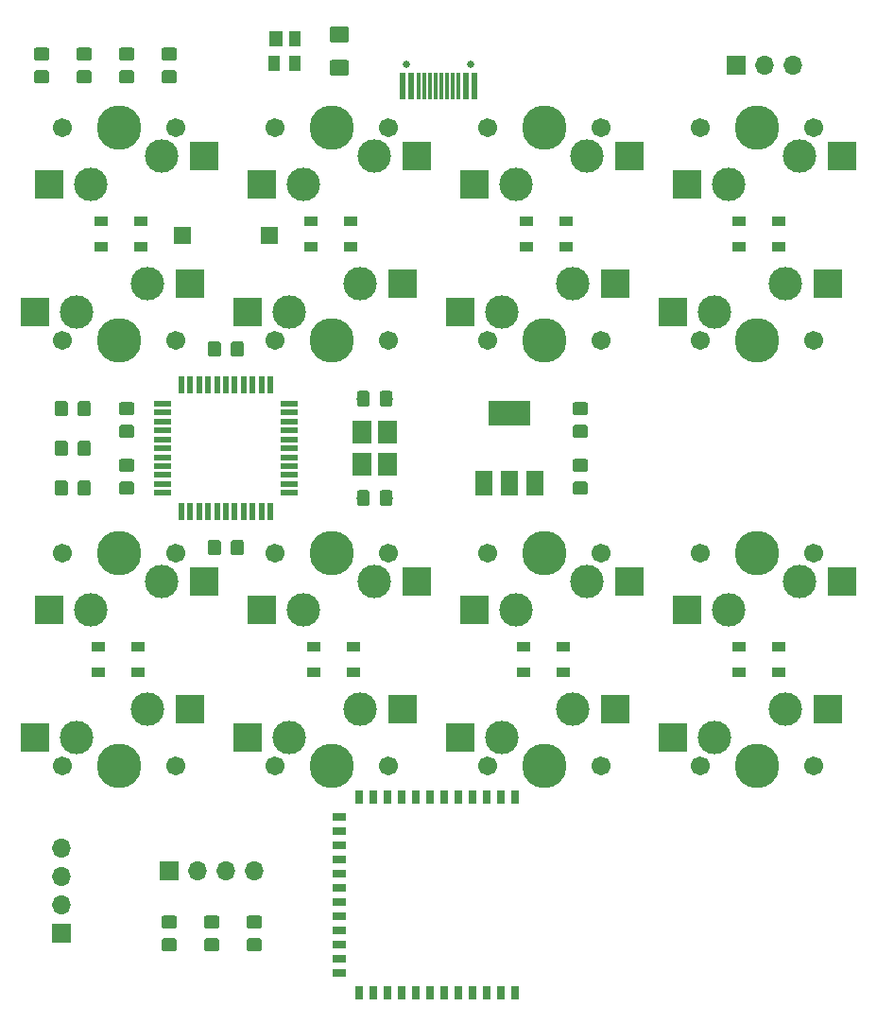
<source format=gbr>
%TF.GenerationSoftware,KiCad,Pcbnew,(5.1.2)-2*%
%TF.CreationDate,2020-01-27T11:03:49+08:00*%
%TF.ProjectId,wingxx-receiver-v4,77696e67-7878-42d7-9265-636569766572,rev?*%
%TF.SameCoordinates,Original*%
%TF.FileFunction,Soldermask,Bot*%
%TF.FilePolarity,Negative*%
%FSLAX46Y46*%
G04 Gerber Fmt 4.6, Leading zero omitted, Abs format (unit mm)*
G04 Created by KiCad (PCBNEW (5.1.2)-2) date 2020-01-27 11:03:49*
%MOMM*%
%LPD*%
G04 APERTURE LIST*
%ADD10R,1.300000X0.950000*%
%ADD11O,1.700000X1.700000*%
%ADD12R,1.700000X1.700000*%
%ADD13R,0.698500X1.198880*%
%ADD14R,1.198880X0.698500*%
%ADD15R,1.500000X1.500000*%
%ADD16R,1.800000X2.100000*%
%ADD17C,0.350000*%
%ADD18C,1.425000*%
%ADD19C,1.150000*%
%ADD20R,1.500000X0.550000*%
%ADD21R,0.550000X1.500000*%
%ADD22R,1.000000X1.400000*%
%ADD23R,1.200000X1.400000*%
%ADD24R,0.600000X2.450000*%
%ADD25R,0.300000X2.450000*%
%ADD26C,0.650000*%
%ADD27R,3.800000X2.200000*%
%ADD28R,1.500000X2.200000*%
%ADD29R,2.550000X2.500000*%
%ADD30C,1.701800*%
%ADD31C,3.987800*%
%ADD32C,3.000000*%
G04 APERTURE END LIST*
D10*
X87627000Y-77470000D03*
X84077000Y-77470000D03*
X106423000Y-77470000D03*
X102873000Y-77470000D03*
X125727000Y-77470000D03*
X122177000Y-77470000D03*
X144777000Y-77470000D03*
X141227000Y-77470000D03*
X87627000Y-79756000D03*
X84077000Y-79756000D03*
X106423000Y-79756000D03*
X102873000Y-79756000D03*
X125727000Y-79756000D03*
X122177000Y-79756000D03*
X144777000Y-79756000D03*
X141227000Y-79756000D03*
X87373000Y-115570000D03*
X83823000Y-115570000D03*
X106677000Y-115570000D03*
X103127000Y-115570000D03*
X125473000Y-115570000D03*
X121923000Y-115570000D03*
X144777000Y-115570000D03*
X141227000Y-115570000D03*
X87373000Y-117856000D03*
X83823000Y-117856000D03*
X106677000Y-117856000D03*
X103127000Y-117856000D03*
X125473000Y-117856000D03*
X121923000Y-117856000D03*
X144777000Y-117856000D03*
X141227000Y-117856000D03*
D11*
X97790000Y-135636000D03*
X95250000Y-135636000D03*
X92710000Y-135636000D03*
D12*
X90170000Y-135636000D03*
D13*
X107188000Y-146558000D03*
X114808000Y-129032000D03*
X116078000Y-129032000D03*
D14*
X105410000Y-144780000D03*
D13*
X109728000Y-146558000D03*
X110998000Y-146558000D03*
X112268000Y-146558000D03*
X113538000Y-146558000D03*
X114808000Y-146558000D03*
X116078000Y-146558000D03*
X117348000Y-146558000D03*
X118618000Y-146558000D03*
X119888000Y-146558000D03*
X121158000Y-129032000D03*
X119888000Y-129032000D03*
X118618000Y-129032000D03*
X117348000Y-129032000D03*
X113538000Y-129032000D03*
X112268000Y-129032000D03*
X110998000Y-129032000D03*
X109728000Y-129032000D03*
X108458000Y-129032000D03*
X107188000Y-129032000D03*
D14*
X105410000Y-130810000D03*
X105410000Y-132080000D03*
X105410000Y-133350000D03*
X105410000Y-134620000D03*
X105410000Y-135890000D03*
X105410000Y-137160000D03*
X105410000Y-138430000D03*
X105410000Y-139700000D03*
X105410000Y-140970000D03*
X105410000Y-142240000D03*
X105410000Y-143510000D03*
D13*
X121158000Y-146558000D03*
X108458000Y-146558000D03*
D15*
X99150000Y-78740000D03*
X91350000Y-78740000D03*
D16*
X109735000Y-99240000D03*
X109735000Y-96340000D03*
X107435000Y-96340000D03*
X107435000Y-99240000D03*
D17*
G36*
X106059504Y-63006204D02*
G01*
X106083773Y-63009804D01*
X106107571Y-63015765D01*
X106130671Y-63024030D01*
X106152849Y-63034520D01*
X106173893Y-63047133D01*
X106193598Y-63061747D01*
X106211777Y-63078223D01*
X106228253Y-63096402D01*
X106242867Y-63116107D01*
X106255480Y-63137151D01*
X106265970Y-63159329D01*
X106274235Y-63182429D01*
X106280196Y-63206227D01*
X106283796Y-63230496D01*
X106285000Y-63255000D01*
X106285000Y-64180000D01*
X106283796Y-64204504D01*
X106280196Y-64228773D01*
X106274235Y-64252571D01*
X106265970Y-64275671D01*
X106255480Y-64297849D01*
X106242867Y-64318893D01*
X106228253Y-64338598D01*
X106211777Y-64356777D01*
X106193598Y-64373253D01*
X106173893Y-64387867D01*
X106152849Y-64400480D01*
X106130671Y-64410970D01*
X106107571Y-64419235D01*
X106083773Y-64425196D01*
X106059504Y-64428796D01*
X106035000Y-64430000D01*
X104785000Y-64430000D01*
X104760496Y-64428796D01*
X104736227Y-64425196D01*
X104712429Y-64419235D01*
X104689329Y-64410970D01*
X104667151Y-64400480D01*
X104646107Y-64387867D01*
X104626402Y-64373253D01*
X104608223Y-64356777D01*
X104591747Y-64338598D01*
X104577133Y-64318893D01*
X104564520Y-64297849D01*
X104554030Y-64275671D01*
X104545765Y-64252571D01*
X104539804Y-64228773D01*
X104536204Y-64204504D01*
X104535000Y-64180000D01*
X104535000Y-63255000D01*
X104536204Y-63230496D01*
X104539804Y-63206227D01*
X104545765Y-63182429D01*
X104554030Y-63159329D01*
X104564520Y-63137151D01*
X104577133Y-63116107D01*
X104591747Y-63096402D01*
X104608223Y-63078223D01*
X104626402Y-63061747D01*
X104646107Y-63047133D01*
X104667151Y-63034520D01*
X104689329Y-63024030D01*
X104712429Y-63015765D01*
X104736227Y-63009804D01*
X104760496Y-63006204D01*
X104785000Y-63005000D01*
X106035000Y-63005000D01*
X106059504Y-63006204D01*
X106059504Y-63006204D01*
G37*
D18*
X105410000Y-63717500D03*
D17*
G36*
X106059504Y-60031204D02*
G01*
X106083773Y-60034804D01*
X106107571Y-60040765D01*
X106130671Y-60049030D01*
X106152849Y-60059520D01*
X106173893Y-60072133D01*
X106193598Y-60086747D01*
X106211777Y-60103223D01*
X106228253Y-60121402D01*
X106242867Y-60141107D01*
X106255480Y-60162151D01*
X106265970Y-60184329D01*
X106274235Y-60207429D01*
X106280196Y-60231227D01*
X106283796Y-60255496D01*
X106285000Y-60280000D01*
X106285000Y-61205000D01*
X106283796Y-61229504D01*
X106280196Y-61253773D01*
X106274235Y-61277571D01*
X106265970Y-61300671D01*
X106255480Y-61322849D01*
X106242867Y-61343893D01*
X106228253Y-61363598D01*
X106211777Y-61381777D01*
X106193598Y-61398253D01*
X106173893Y-61412867D01*
X106152849Y-61425480D01*
X106130671Y-61435970D01*
X106107571Y-61444235D01*
X106083773Y-61450196D01*
X106059504Y-61453796D01*
X106035000Y-61455000D01*
X104785000Y-61455000D01*
X104760496Y-61453796D01*
X104736227Y-61450196D01*
X104712429Y-61444235D01*
X104689329Y-61435970D01*
X104667151Y-61425480D01*
X104646107Y-61412867D01*
X104626402Y-61398253D01*
X104608223Y-61381777D01*
X104591747Y-61363598D01*
X104577133Y-61343893D01*
X104564520Y-61322849D01*
X104554030Y-61300671D01*
X104545765Y-61277571D01*
X104539804Y-61253773D01*
X104536204Y-61229504D01*
X104535000Y-61205000D01*
X104535000Y-60280000D01*
X104536204Y-60255496D01*
X104539804Y-60231227D01*
X104545765Y-60207429D01*
X104554030Y-60184329D01*
X104564520Y-60162151D01*
X104577133Y-60141107D01*
X104591747Y-60121402D01*
X104608223Y-60103223D01*
X104626402Y-60086747D01*
X104646107Y-60072133D01*
X104667151Y-60059520D01*
X104689329Y-60049030D01*
X104712429Y-60040765D01*
X104736227Y-60034804D01*
X104760496Y-60031204D01*
X104785000Y-60030000D01*
X106035000Y-60030000D01*
X106059504Y-60031204D01*
X106059504Y-60031204D01*
G37*
D18*
X105410000Y-60742500D03*
D17*
G36*
X80858505Y-97091204D02*
G01*
X80882773Y-97094804D01*
X80906572Y-97100765D01*
X80929671Y-97109030D01*
X80951850Y-97119520D01*
X80972893Y-97132132D01*
X80992599Y-97146747D01*
X81010777Y-97163223D01*
X81027253Y-97181401D01*
X81041868Y-97201107D01*
X81054480Y-97222150D01*
X81064970Y-97244329D01*
X81073235Y-97267428D01*
X81079196Y-97291227D01*
X81082796Y-97315495D01*
X81084000Y-97339999D01*
X81084000Y-98240001D01*
X81082796Y-98264505D01*
X81079196Y-98288773D01*
X81073235Y-98312572D01*
X81064970Y-98335671D01*
X81054480Y-98357850D01*
X81041868Y-98378893D01*
X81027253Y-98398599D01*
X81010777Y-98416777D01*
X80992599Y-98433253D01*
X80972893Y-98447868D01*
X80951850Y-98460480D01*
X80929671Y-98470970D01*
X80906572Y-98479235D01*
X80882773Y-98485196D01*
X80858505Y-98488796D01*
X80834001Y-98490000D01*
X80183999Y-98490000D01*
X80159495Y-98488796D01*
X80135227Y-98485196D01*
X80111428Y-98479235D01*
X80088329Y-98470970D01*
X80066150Y-98460480D01*
X80045107Y-98447868D01*
X80025401Y-98433253D01*
X80007223Y-98416777D01*
X79990747Y-98398599D01*
X79976132Y-98378893D01*
X79963520Y-98357850D01*
X79953030Y-98335671D01*
X79944765Y-98312572D01*
X79938804Y-98288773D01*
X79935204Y-98264505D01*
X79934000Y-98240001D01*
X79934000Y-97339999D01*
X79935204Y-97315495D01*
X79938804Y-97291227D01*
X79944765Y-97267428D01*
X79953030Y-97244329D01*
X79963520Y-97222150D01*
X79976132Y-97201107D01*
X79990747Y-97181401D01*
X80007223Y-97163223D01*
X80025401Y-97146747D01*
X80045107Y-97132132D01*
X80066150Y-97119520D01*
X80088329Y-97109030D01*
X80111428Y-97100765D01*
X80135227Y-97094804D01*
X80159495Y-97091204D01*
X80183999Y-97090000D01*
X80834001Y-97090000D01*
X80858505Y-97091204D01*
X80858505Y-97091204D01*
G37*
D19*
X80509000Y-97790000D03*
D17*
G36*
X82908505Y-97091204D02*
G01*
X82932773Y-97094804D01*
X82956572Y-97100765D01*
X82979671Y-97109030D01*
X83001850Y-97119520D01*
X83022893Y-97132132D01*
X83042599Y-97146747D01*
X83060777Y-97163223D01*
X83077253Y-97181401D01*
X83091868Y-97201107D01*
X83104480Y-97222150D01*
X83114970Y-97244329D01*
X83123235Y-97267428D01*
X83129196Y-97291227D01*
X83132796Y-97315495D01*
X83134000Y-97339999D01*
X83134000Y-98240001D01*
X83132796Y-98264505D01*
X83129196Y-98288773D01*
X83123235Y-98312572D01*
X83114970Y-98335671D01*
X83104480Y-98357850D01*
X83091868Y-98378893D01*
X83077253Y-98398599D01*
X83060777Y-98416777D01*
X83042599Y-98433253D01*
X83022893Y-98447868D01*
X83001850Y-98460480D01*
X82979671Y-98470970D01*
X82956572Y-98479235D01*
X82932773Y-98485196D01*
X82908505Y-98488796D01*
X82884001Y-98490000D01*
X82233999Y-98490000D01*
X82209495Y-98488796D01*
X82185227Y-98485196D01*
X82161428Y-98479235D01*
X82138329Y-98470970D01*
X82116150Y-98460480D01*
X82095107Y-98447868D01*
X82075401Y-98433253D01*
X82057223Y-98416777D01*
X82040747Y-98398599D01*
X82026132Y-98378893D01*
X82013520Y-98357850D01*
X82003030Y-98335671D01*
X81994765Y-98312572D01*
X81988804Y-98288773D01*
X81985204Y-98264505D01*
X81984000Y-98240001D01*
X81984000Y-97339999D01*
X81985204Y-97315495D01*
X81988804Y-97291227D01*
X81994765Y-97267428D01*
X82003030Y-97244329D01*
X82013520Y-97222150D01*
X82026132Y-97201107D01*
X82040747Y-97181401D01*
X82057223Y-97163223D01*
X82075401Y-97146747D01*
X82095107Y-97132132D01*
X82116150Y-97119520D01*
X82138329Y-97109030D01*
X82161428Y-97100765D01*
X82185227Y-97094804D01*
X82209495Y-97091204D01*
X82233999Y-97090000D01*
X82884001Y-97090000D01*
X82908505Y-97091204D01*
X82908505Y-97091204D01*
G37*
D19*
X82559000Y-97790000D03*
D17*
G36*
X82908505Y-93535204D02*
G01*
X82932773Y-93538804D01*
X82956572Y-93544765D01*
X82979671Y-93553030D01*
X83001850Y-93563520D01*
X83022893Y-93576132D01*
X83042599Y-93590747D01*
X83060777Y-93607223D01*
X83077253Y-93625401D01*
X83091868Y-93645107D01*
X83104480Y-93666150D01*
X83114970Y-93688329D01*
X83123235Y-93711428D01*
X83129196Y-93735227D01*
X83132796Y-93759495D01*
X83134000Y-93783999D01*
X83134000Y-94684001D01*
X83132796Y-94708505D01*
X83129196Y-94732773D01*
X83123235Y-94756572D01*
X83114970Y-94779671D01*
X83104480Y-94801850D01*
X83091868Y-94822893D01*
X83077253Y-94842599D01*
X83060777Y-94860777D01*
X83042599Y-94877253D01*
X83022893Y-94891868D01*
X83001850Y-94904480D01*
X82979671Y-94914970D01*
X82956572Y-94923235D01*
X82932773Y-94929196D01*
X82908505Y-94932796D01*
X82884001Y-94934000D01*
X82233999Y-94934000D01*
X82209495Y-94932796D01*
X82185227Y-94929196D01*
X82161428Y-94923235D01*
X82138329Y-94914970D01*
X82116150Y-94904480D01*
X82095107Y-94891868D01*
X82075401Y-94877253D01*
X82057223Y-94860777D01*
X82040747Y-94842599D01*
X82026132Y-94822893D01*
X82013520Y-94801850D01*
X82003030Y-94779671D01*
X81994765Y-94756572D01*
X81988804Y-94732773D01*
X81985204Y-94708505D01*
X81984000Y-94684001D01*
X81984000Y-93783999D01*
X81985204Y-93759495D01*
X81988804Y-93735227D01*
X81994765Y-93711428D01*
X82003030Y-93688329D01*
X82013520Y-93666150D01*
X82026132Y-93645107D01*
X82040747Y-93625401D01*
X82057223Y-93607223D01*
X82075401Y-93590747D01*
X82095107Y-93576132D01*
X82116150Y-93563520D01*
X82138329Y-93553030D01*
X82161428Y-93544765D01*
X82185227Y-93538804D01*
X82209495Y-93535204D01*
X82233999Y-93534000D01*
X82884001Y-93534000D01*
X82908505Y-93535204D01*
X82908505Y-93535204D01*
G37*
D19*
X82559000Y-94234000D03*
D17*
G36*
X80858505Y-93535204D02*
G01*
X80882773Y-93538804D01*
X80906572Y-93544765D01*
X80929671Y-93553030D01*
X80951850Y-93563520D01*
X80972893Y-93576132D01*
X80992599Y-93590747D01*
X81010777Y-93607223D01*
X81027253Y-93625401D01*
X81041868Y-93645107D01*
X81054480Y-93666150D01*
X81064970Y-93688329D01*
X81073235Y-93711428D01*
X81079196Y-93735227D01*
X81082796Y-93759495D01*
X81084000Y-93783999D01*
X81084000Y-94684001D01*
X81082796Y-94708505D01*
X81079196Y-94732773D01*
X81073235Y-94756572D01*
X81064970Y-94779671D01*
X81054480Y-94801850D01*
X81041868Y-94822893D01*
X81027253Y-94842599D01*
X81010777Y-94860777D01*
X80992599Y-94877253D01*
X80972893Y-94891868D01*
X80951850Y-94904480D01*
X80929671Y-94914970D01*
X80906572Y-94923235D01*
X80882773Y-94929196D01*
X80858505Y-94932796D01*
X80834001Y-94934000D01*
X80183999Y-94934000D01*
X80159495Y-94932796D01*
X80135227Y-94929196D01*
X80111428Y-94923235D01*
X80088329Y-94914970D01*
X80066150Y-94904480D01*
X80045107Y-94891868D01*
X80025401Y-94877253D01*
X80007223Y-94860777D01*
X79990747Y-94842599D01*
X79976132Y-94822893D01*
X79963520Y-94801850D01*
X79953030Y-94779671D01*
X79944765Y-94756572D01*
X79938804Y-94732773D01*
X79935204Y-94708505D01*
X79934000Y-94684001D01*
X79934000Y-93783999D01*
X79935204Y-93759495D01*
X79938804Y-93735227D01*
X79944765Y-93711428D01*
X79953030Y-93688329D01*
X79963520Y-93666150D01*
X79976132Y-93645107D01*
X79990747Y-93625401D01*
X80007223Y-93607223D01*
X80025401Y-93590747D01*
X80045107Y-93576132D01*
X80066150Y-93563520D01*
X80088329Y-93553030D01*
X80111428Y-93544765D01*
X80135227Y-93538804D01*
X80159495Y-93535204D01*
X80183999Y-93534000D01*
X80834001Y-93534000D01*
X80858505Y-93535204D01*
X80858505Y-93535204D01*
G37*
D19*
X80509000Y-94234000D03*
D17*
G36*
X90644505Y-63951204D02*
G01*
X90668773Y-63954804D01*
X90692572Y-63960765D01*
X90715671Y-63969030D01*
X90737850Y-63979520D01*
X90758893Y-63992132D01*
X90778599Y-64006747D01*
X90796777Y-64023223D01*
X90813253Y-64041401D01*
X90827868Y-64061107D01*
X90840480Y-64082150D01*
X90850970Y-64104329D01*
X90859235Y-64127428D01*
X90865196Y-64151227D01*
X90868796Y-64175495D01*
X90870000Y-64199999D01*
X90870000Y-64850001D01*
X90868796Y-64874505D01*
X90865196Y-64898773D01*
X90859235Y-64922572D01*
X90850970Y-64945671D01*
X90840480Y-64967850D01*
X90827868Y-64988893D01*
X90813253Y-65008599D01*
X90796777Y-65026777D01*
X90778599Y-65043253D01*
X90758893Y-65057868D01*
X90737850Y-65070480D01*
X90715671Y-65080970D01*
X90692572Y-65089235D01*
X90668773Y-65095196D01*
X90644505Y-65098796D01*
X90620001Y-65100000D01*
X89719999Y-65100000D01*
X89695495Y-65098796D01*
X89671227Y-65095196D01*
X89647428Y-65089235D01*
X89624329Y-65080970D01*
X89602150Y-65070480D01*
X89581107Y-65057868D01*
X89561401Y-65043253D01*
X89543223Y-65026777D01*
X89526747Y-65008599D01*
X89512132Y-64988893D01*
X89499520Y-64967850D01*
X89489030Y-64945671D01*
X89480765Y-64922572D01*
X89474804Y-64898773D01*
X89471204Y-64874505D01*
X89470000Y-64850001D01*
X89470000Y-64199999D01*
X89471204Y-64175495D01*
X89474804Y-64151227D01*
X89480765Y-64127428D01*
X89489030Y-64104329D01*
X89499520Y-64082150D01*
X89512132Y-64061107D01*
X89526747Y-64041401D01*
X89543223Y-64023223D01*
X89561401Y-64006747D01*
X89581107Y-63992132D01*
X89602150Y-63979520D01*
X89624329Y-63969030D01*
X89647428Y-63960765D01*
X89671227Y-63954804D01*
X89695495Y-63951204D01*
X89719999Y-63950000D01*
X90620001Y-63950000D01*
X90644505Y-63951204D01*
X90644505Y-63951204D01*
G37*
D19*
X90170000Y-64525000D03*
D17*
G36*
X90644505Y-61901204D02*
G01*
X90668773Y-61904804D01*
X90692572Y-61910765D01*
X90715671Y-61919030D01*
X90737850Y-61929520D01*
X90758893Y-61942132D01*
X90778599Y-61956747D01*
X90796777Y-61973223D01*
X90813253Y-61991401D01*
X90827868Y-62011107D01*
X90840480Y-62032150D01*
X90850970Y-62054329D01*
X90859235Y-62077428D01*
X90865196Y-62101227D01*
X90868796Y-62125495D01*
X90870000Y-62149999D01*
X90870000Y-62800001D01*
X90868796Y-62824505D01*
X90865196Y-62848773D01*
X90859235Y-62872572D01*
X90850970Y-62895671D01*
X90840480Y-62917850D01*
X90827868Y-62938893D01*
X90813253Y-62958599D01*
X90796777Y-62976777D01*
X90778599Y-62993253D01*
X90758893Y-63007868D01*
X90737850Y-63020480D01*
X90715671Y-63030970D01*
X90692572Y-63039235D01*
X90668773Y-63045196D01*
X90644505Y-63048796D01*
X90620001Y-63050000D01*
X89719999Y-63050000D01*
X89695495Y-63048796D01*
X89671227Y-63045196D01*
X89647428Y-63039235D01*
X89624329Y-63030970D01*
X89602150Y-63020480D01*
X89581107Y-63007868D01*
X89561401Y-62993253D01*
X89543223Y-62976777D01*
X89526747Y-62958599D01*
X89512132Y-62938893D01*
X89499520Y-62917850D01*
X89489030Y-62895671D01*
X89480765Y-62872572D01*
X89474804Y-62848773D01*
X89471204Y-62824505D01*
X89470000Y-62800001D01*
X89470000Y-62149999D01*
X89471204Y-62125495D01*
X89474804Y-62101227D01*
X89480765Y-62077428D01*
X89489030Y-62054329D01*
X89499520Y-62032150D01*
X89512132Y-62011107D01*
X89526747Y-61991401D01*
X89543223Y-61973223D01*
X89561401Y-61956747D01*
X89581107Y-61942132D01*
X89602150Y-61929520D01*
X89624329Y-61919030D01*
X89647428Y-61910765D01*
X89671227Y-61904804D01*
X89695495Y-61901204D01*
X89719999Y-61900000D01*
X90620001Y-61900000D01*
X90644505Y-61901204D01*
X90644505Y-61901204D01*
G37*
D19*
X90170000Y-62475000D03*
D17*
G36*
X86834505Y-63951204D02*
G01*
X86858773Y-63954804D01*
X86882572Y-63960765D01*
X86905671Y-63969030D01*
X86927850Y-63979520D01*
X86948893Y-63992132D01*
X86968599Y-64006747D01*
X86986777Y-64023223D01*
X87003253Y-64041401D01*
X87017868Y-64061107D01*
X87030480Y-64082150D01*
X87040970Y-64104329D01*
X87049235Y-64127428D01*
X87055196Y-64151227D01*
X87058796Y-64175495D01*
X87060000Y-64199999D01*
X87060000Y-64850001D01*
X87058796Y-64874505D01*
X87055196Y-64898773D01*
X87049235Y-64922572D01*
X87040970Y-64945671D01*
X87030480Y-64967850D01*
X87017868Y-64988893D01*
X87003253Y-65008599D01*
X86986777Y-65026777D01*
X86968599Y-65043253D01*
X86948893Y-65057868D01*
X86927850Y-65070480D01*
X86905671Y-65080970D01*
X86882572Y-65089235D01*
X86858773Y-65095196D01*
X86834505Y-65098796D01*
X86810001Y-65100000D01*
X85909999Y-65100000D01*
X85885495Y-65098796D01*
X85861227Y-65095196D01*
X85837428Y-65089235D01*
X85814329Y-65080970D01*
X85792150Y-65070480D01*
X85771107Y-65057868D01*
X85751401Y-65043253D01*
X85733223Y-65026777D01*
X85716747Y-65008599D01*
X85702132Y-64988893D01*
X85689520Y-64967850D01*
X85679030Y-64945671D01*
X85670765Y-64922572D01*
X85664804Y-64898773D01*
X85661204Y-64874505D01*
X85660000Y-64850001D01*
X85660000Y-64199999D01*
X85661204Y-64175495D01*
X85664804Y-64151227D01*
X85670765Y-64127428D01*
X85679030Y-64104329D01*
X85689520Y-64082150D01*
X85702132Y-64061107D01*
X85716747Y-64041401D01*
X85733223Y-64023223D01*
X85751401Y-64006747D01*
X85771107Y-63992132D01*
X85792150Y-63979520D01*
X85814329Y-63969030D01*
X85837428Y-63960765D01*
X85861227Y-63954804D01*
X85885495Y-63951204D01*
X85909999Y-63950000D01*
X86810001Y-63950000D01*
X86834505Y-63951204D01*
X86834505Y-63951204D01*
G37*
D19*
X86360000Y-64525000D03*
D17*
G36*
X86834505Y-61901204D02*
G01*
X86858773Y-61904804D01*
X86882572Y-61910765D01*
X86905671Y-61919030D01*
X86927850Y-61929520D01*
X86948893Y-61942132D01*
X86968599Y-61956747D01*
X86986777Y-61973223D01*
X87003253Y-61991401D01*
X87017868Y-62011107D01*
X87030480Y-62032150D01*
X87040970Y-62054329D01*
X87049235Y-62077428D01*
X87055196Y-62101227D01*
X87058796Y-62125495D01*
X87060000Y-62149999D01*
X87060000Y-62800001D01*
X87058796Y-62824505D01*
X87055196Y-62848773D01*
X87049235Y-62872572D01*
X87040970Y-62895671D01*
X87030480Y-62917850D01*
X87017868Y-62938893D01*
X87003253Y-62958599D01*
X86986777Y-62976777D01*
X86968599Y-62993253D01*
X86948893Y-63007868D01*
X86927850Y-63020480D01*
X86905671Y-63030970D01*
X86882572Y-63039235D01*
X86858773Y-63045196D01*
X86834505Y-63048796D01*
X86810001Y-63050000D01*
X85909999Y-63050000D01*
X85885495Y-63048796D01*
X85861227Y-63045196D01*
X85837428Y-63039235D01*
X85814329Y-63030970D01*
X85792150Y-63020480D01*
X85771107Y-63007868D01*
X85751401Y-62993253D01*
X85733223Y-62976777D01*
X85716747Y-62958599D01*
X85702132Y-62938893D01*
X85689520Y-62917850D01*
X85679030Y-62895671D01*
X85670765Y-62872572D01*
X85664804Y-62848773D01*
X85661204Y-62824505D01*
X85660000Y-62800001D01*
X85660000Y-62149999D01*
X85661204Y-62125495D01*
X85664804Y-62101227D01*
X85670765Y-62077428D01*
X85679030Y-62054329D01*
X85689520Y-62032150D01*
X85702132Y-62011107D01*
X85716747Y-61991401D01*
X85733223Y-61973223D01*
X85751401Y-61956747D01*
X85771107Y-61942132D01*
X85792150Y-61929520D01*
X85814329Y-61919030D01*
X85837428Y-61910765D01*
X85861227Y-61904804D01*
X85885495Y-61901204D01*
X85909999Y-61900000D01*
X86810001Y-61900000D01*
X86834505Y-61901204D01*
X86834505Y-61901204D01*
G37*
D19*
X86360000Y-62475000D03*
D17*
G36*
X83024505Y-63951204D02*
G01*
X83048773Y-63954804D01*
X83072572Y-63960765D01*
X83095671Y-63969030D01*
X83117850Y-63979520D01*
X83138893Y-63992132D01*
X83158599Y-64006747D01*
X83176777Y-64023223D01*
X83193253Y-64041401D01*
X83207868Y-64061107D01*
X83220480Y-64082150D01*
X83230970Y-64104329D01*
X83239235Y-64127428D01*
X83245196Y-64151227D01*
X83248796Y-64175495D01*
X83250000Y-64199999D01*
X83250000Y-64850001D01*
X83248796Y-64874505D01*
X83245196Y-64898773D01*
X83239235Y-64922572D01*
X83230970Y-64945671D01*
X83220480Y-64967850D01*
X83207868Y-64988893D01*
X83193253Y-65008599D01*
X83176777Y-65026777D01*
X83158599Y-65043253D01*
X83138893Y-65057868D01*
X83117850Y-65070480D01*
X83095671Y-65080970D01*
X83072572Y-65089235D01*
X83048773Y-65095196D01*
X83024505Y-65098796D01*
X83000001Y-65100000D01*
X82099999Y-65100000D01*
X82075495Y-65098796D01*
X82051227Y-65095196D01*
X82027428Y-65089235D01*
X82004329Y-65080970D01*
X81982150Y-65070480D01*
X81961107Y-65057868D01*
X81941401Y-65043253D01*
X81923223Y-65026777D01*
X81906747Y-65008599D01*
X81892132Y-64988893D01*
X81879520Y-64967850D01*
X81869030Y-64945671D01*
X81860765Y-64922572D01*
X81854804Y-64898773D01*
X81851204Y-64874505D01*
X81850000Y-64850001D01*
X81850000Y-64199999D01*
X81851204Y-64175495D01*
X81854804Y-64151227D01*
X81860765Y-64127428D01*
X81869030Y-64104329D01*
X81879520Y-64082150D01*
X81892132Y-64061107D01*
X81906747Y-64041401D01*
X81923223Y-64023223D01*
X81941401Y-64006747D01*
X81961107Y-63992132D01*
X81982150Y-63979520D01*
X82004329Y-63969030D01*
X82027428Y-63960765D01*
X82051227Y-63954804D01*
X82075495Y-63951204D01*
X82099999Y-63950000D01*
X83000001Y-63950000D01*
X83024505Y-63951204D01*
X83024505Y-63951204D01*
G37*
D19*
X82550000Y-64525000D03*
D17*
G36*
X83024505Y-61901204D02*
G01*
X83048773Y-61904804D01*
X83072572Y-61910765D01*
X83095671Y-61919030D01*
X83117850Y-61929520D01*
X83138893Y-61942132D01*
X83158599Y-61956747D01*
X83176777Y-61973223D01*
X83193253Y-61991401D01*
X83207868Y-62011107D01*
X83220480Y-62032150D01*
X83230970Y-62054329D01*
X83239235Y-62077428D01*
X83245196Y-62101227D01*
X83248796Y-62125495D01*
X83250000Y-62149999D01*
X83250000Y-62800001D01*
X83248796Y-62824505D01*
X83245196Y-62848773D01*
X83239235Y-62872572D01*
X83230970Y-62895671D01*
X83220480Y-62917850D01*
X83207868Y-62938893D01*
X83193253Y-62958599D01*
X83176777Y-62976777D01*
X83158599Y-62993253D01*
X83138893Y-63007868D01*
X83117850Y-63020480D01*
X83095671Y-63030970D01*
X83072572Y-63039235D01*
X83048773Y-63045196D01*
X83024505Y-63048796D01*
X83000001Y-63050000D01*
X82099999Y-63050000D01*
X82075495Y-63048796D01*
X82051227Y-63045196D01*
X82027428Y-63039235D01*
X82004329Y-63030970D01*
X81982150Y-63020480D01*
X81961107Y-63007868D01*
X81941401Y-62993253D01*
X81923223Y-62976777D01*
X81906747Y-62958599D01*
X81892132Y-62938893D01*
X81879520Y-62917850D01*
X81869030Y-62895671D01*
X81860765Y-62872572D01*
X81854804Y-62848773D01*
X81851204Y-62824505D01*
X81850000Y-62800001D01*
X81850000Y-62149999D01*
X81851204Y-62125495D01*
X81854804Y-62101227D01*
X81860765Y-62077428D01*
X81869030Y-62054329D01*
X81879520Y-62032150D01*
X81892132Y-62011107D01*
X81906747Y-61991401D01*
X81923223Y-61973223D01*
X81941401Y-61956747D01*
X81961107Y-61942132D01*
X81982150Y-61929520D01*
X82004329Y-61919030D01*
X82027428Y-61910765D01*
X82051227Y-61904804D01*
X82075495Y-61901204D01*
X82099999Y-61900000D01*
X83000001Y-61900000D01*
X83024505Y-61901204D01*
X83024505Y-61901204D01*
G37*
D19*
X82550000Y-62475000D03*
D17*
G36*
X79214505Y-63951204D02*
G01*
X79238773Y-63954804D01*
X79262572Y-63960765D01*
X79285671Y-63969030D01*
X79307850Y-63979520D01*
X79328893Y-63992132D01*
X79348599Y-64006747D01*
X79366777Y-64023223D01*
X79383253Y-64041401D01*
X79397868Y-64061107D01*
X79410480Y-64082150D01*
X79420970Y-64104329D01*
X79429235Y-64127428D01*
X79435196Y-64151227D01*
X79438796Y-64175495D01*
X79440000Y-64199999D01*
X79440000Y-64850001D01*
X79438796Y-64874505D01*
X79435196Y-64898773D01*
X79429235Y-64922572D01*
X79420970Y-64945671D01*
X79410480Y-64967850D01*
X79397868Y-64988893D01*
X79383253Y-65008599D01*
X79366777Y-65026777D01*
X79348599Y-65043253D01*
X79328893Y-65057868D01*
X79307850Y-65070480D01*
X79285671Y-65080970D01*
X79262572Y-65089235D01*
X79238773Y-65095196D01*
X79214505Y-65098796D01*
X79190001Y-65100000D01*
X78289999Y-65100000D01*
X78265495Y-65098796D01*
X78241227Y-65095196D01*
X78217428Y-65089235D01*
X78194329Y-65080970D01*
X78172150Y-65070480D01*
X78151107Y-65057868D01*
X78131401Y-65043253D01*
X78113223Y-65026777D01*
X78096747Y-65008599D01*
X78082132Y-64988893D01*
X78069520Y-64967850D01*
X78059030Y-64945671D01*
X78050765Y-64922572D01*
X78044804Y-64898773D01*
X78041204Y-64874505D01*
X78040000Y-64850001D01*
X78040000Y-64199999D01*
X78041204Y-64175495D01*
X78044804Y-64151227D01*
X78050765Y-64127428D01*
X78059030Y-64104329D01*
X78069520Y-64082150D01*
X78082132Y-64061107D01*
X78096747Y-64041401D01*
X78113223Y-64023223D01*
X78131401Y-64006747D01*
X78151107Y-63992132D01*
X78172150Y-63979520D01*
X78194329Y-63969030D01*
X78217428Y-63960765D01*
X78241227Y-63954804D01*
X78265495Y-63951204D01*
X78289999Y-63950000D01*
X79190001Y-63950000D01*
X79214505Y-63951204D01*
X79214505Y-63951204D01*
G37*
D19*
X78740000Y-64525000D03*
D17*
G36*
X79214505Y-61901204D02*
G01*
X79238773Y-61904804D01*
X79262572Y-61910765D01*
X79285671Y-61919030D01*
X79307850Y-61929520D01*
X79328893Y-61942132D01*
X79348599Y-61956747D01*
X79366777Y-61973223D01*
X79383253Y-61991401D01*
X79397868Y-62011107D01*
X79410480Y-62032150D01*
X79420970Y-62054329D01*
X79429235Y-62077428D01*
X79435196Y-62101227D01*
X79438796Y-62125495D01*
X79440000Y-62149999D01*
X79440000Y-62800001D01*
X79438796Y-62824505D01*
X79435196Y-62848773D01*
X79429235Y-62872572D01*
X79420970Y-62895671D01*
X79410480Y-62917850D01*
X79397868Y-62938893D01*
X79383253Y-62958599D01*
X79366777Y-62976777D01*
X79348599Y-62993253D01*
X79328893Y-63007868D01*
X79307850Y-63020480D01*
X79285671Y-63030970D01*
X79262572Y-63039235D01*
X79238773Y-63045196D01*
X79214505Y-63048796D01*
X79190001Y-63050000D01*
X78289999Y-63050000D01*
X78265495Y-63048796D01*
X78241227Y-63045196D01*
X78217428Y-63039235D01*
X78194329Y-63030970D01*
X78172150Y-63020480D01*
X78151107Y-63007868D01*
X78131401Y-62993253D01*
X78113223Y-62976777D01*
X78096747Y-62958599D01*
X78082132Y-62938893D01*
X78069520Y-62917850D01*
X78059030Y-62895671D01*
X78050765Y-62872572D01*
X78044804Y-62848773D01*
X78041204Y-62824505D01*
X78040000Y-62800001D01*
X78040000Y-62149999D01*
X78041204Y-62125495D01*
X78044804Y-62101227D01*
X78050765Y-62077428D01*
X78059030Y-62054329D01*
X78069520Y-62032150D01*
X78082132Y-62011107D01*
X78096747Y-61991401D01*
X78113223Y-61973223D01*
X78131401Y-61956747D01*
X78151107Y-61942132D01*
X78172150Y-61929520D01*
X78194329Y-61919030D01*
X78217428Y-61910765D01*
X78241227Y-61904804D01*
X78265495Y-61901204D01*
X78289999Y-61900000D01*
X79190001Y-61900000D01*
X79214505Y-61901204D01*
X79214505Y-61901204D01*
G37*
D19*
X78740000Y-62475000D03*
D17*
G36*
X127474505Y-95701204D02*
G01*
X127498773Y-95704804D01*
X127522572Y-95710765D01*
X127545671Y-95719030D01*
X127567850Y-95729520D01*
X127588893Y-95742132D01*
X127608599Y-95756747D01*
X127626777Y-95773223D01*
X127643253Y-95791401D01*
X127657868Y-95811107D01*
X127670480Y-95832150D01*
X127680970Y-95854329D01*
X127689235Y-95877428D01*
X127695196Y-95901227D01*
X127698796Y-95925495D01*
X127700000Y-95949999D01*
X127700000Y-96600001D01*
X127698796Y-96624505D01*
X127695196Y-96648773D01*
X127689235Y-96672572D01*
X127680970Y-96695671D01*
X127670480Y-96717850D01*
X127657868Y-96738893D01*
X127643253Y-96758599D01*
X127626777Y-96776777D01*
X127608599Y-96793253D01*
X127588893Y-96807868D01*
X127567850Y-96820480D01*
X127545671Y-96830970D01*
X127522572Y-96839235D01*
X127498773Y-96845196D01*
X127474505Y-96848796D01*
X127450001Y-96850000D01*
X126549999Y-96850000D01*
X126525495Y-96848796D01*
X126501227Y-96845196D01*
X126477428Y-96839235D01*
X126454329Y-96830970D01*
X126432150Y-96820480D01*
X126411107Y-96807868D01*
X126391401Y-96793253D01*
X126373223Y-96776777D01*
X126356747Y-96758599D01*
X126342132Y-96738893D01*
X126329520Y-96717850D01*
X126319030Y-96695671D01*
X126310765Y-96672572D01*
X126304804Y-96648773D01*
X126301204Y-96624505D01*
X126300000Y-96600001D01*
X126300000Y-95949999D01*
X126301204Y-95925495D01*
X126304804Y-95901227D01*
X126310765Y-95877428D01*
X126319030Y-95854329D01*
X126329520Y-95832150D01*
X126342132Y-95811107D01*
X126356747Y-95791401D01*
X126373223Y-95773223D01*
X126391401Y-95756747D01*
X126411107Y-95742132D01*
X126432150Y-95729520D01*
X126454329Y-95719030D01*
X126477428Y-95710765D01*
X126501227Y-95704804D01*
X126525495Y-95701204D01*
X126549999Y-95700000D01*
X127450001Y-95700000D01*
X127474505Y-95701204D01*
X127474505Y-95701204D01*
G37*
D19*
X127000000Y-96275000D03*
D17*
G36*
X127474505Y-93651204D02*
G01*
X127498773Y-93654804D01*
X127522572Y-93660765D01*
X127545671Y-93669030D01*
X127567850Y-93679520D01*
X127588893Y-93692132D01*
X127608599Y-93706747D01*
X127626777Y-93723223D01*
X127643253Y-93741401D01*
X127657868Y-93761107D01*
X127670480Y-93782150D01*
X127680970Y-93804329D01*
X127689235Y-93827428D01*
X127695196Y-93851227D01*
X127698796Y-93875495D01*
X127700000Y-93899999D01*
X127700000Y-94550001D01*
X127698796Y-94574505D01*
X127695196Y-94598773D01*
X127689235Y-94622572D01*
X127680970Y-94645671D01*
X127670480Y-94667850D01*
X127657868Y-94688893D01*
X127643253Y-94708599D01*
X127626777Y-94726777D01*
X127608599Y-94743253D01*
X127588893Y-94757868D01*
X127567850Y-94770480D01*
X127545671Y-94780970D01*
X127522572Y-94789235D01*
X127498773Y-94795196D01*
X127474505Y-94798796D01*
X127450001Y-94800000D01*
X126549999Y-94800000D01*
X126525495Y-94798796D01*
X126501227Y-94795196D01*
X126477428Y-94789235D01*
X126454329Y-94780970D01*
X126432150Y-94770480D01*
X126411107Y-94757868D01*
X126391401Y-94743253D01*
X126373223Y-94726777D01*
X126356747Y-94708599D01*
X126342132Y-94688893D01*
X126329520Y-94667850D01*
X126319030Y-94645671D01*
X126310765Y-94622572D01*
X126304804Y-94598773D01*
X126301204Y-94574505D01*
X126300000Y-94550001D01*
X126300000Y-93899999D01*
X126301204Y-93875495D01*
X126304804Y-93851227D01*
X126310765Y-93827428D01*
X126319030Y-93804329D01*
X126329520Y-93782150D01*
X126342132Y-93761107D01*
X126356747Y-93741401D01*
X126373223Y-93723223D01*
X126391401Y-93706747D01*
X126411107Y-93692132D01*
X126432150Y-93679520D01*
X126454329Y-93669030D01*
X126477428Y-93660765D01*
X126501227Y-93654804D01*
X126525495Y-93651204D01*
X126549999Y-93650000D01*
X127450001Y-93650000D01*
X127474505Y-93651204D01*
X127474505Y-93651204D01*
G37*
D19*
X127000000Y-94225000D03*
D17*
G36*
X127474505Y-100781204D02*
G01*
X127498773Y-100784804D01*
X127522572Y-100790765D01*
X127545671Y-100799030D01*
X127567850Y-100809520D01*
X127588893Y-100822132D01*
X127608599Y-100836747D01*
X127626777Y-100853223D01*
X127643253Y-100871401D01*
X127657868Y-100891107D01*
X127670480Y-100912150D01*
X127680970Y-100934329D01*
X127689235Y-100957428D01*
X127695196Y-100981227D01*
X127698796Y-101005495D01*
X127700000Y-101029999D01*
X127700000Y-101680001D01*
X127698796Y-101704505D01*
X127695196Y-101728773D01*
X127689235Y-101752572D01*
X127680970Y-101775671D01*
X127670480Y-101797850D01*
X127657868Y-101818893D01*
X127643253Y-101838599D01*
X127626777Y-101856777D01*
X127608599Y-101873253D01*
X127588893Y-101887868D01*
X127567850Y-101900480D01*
X127545671Y-101910970D01*
X127522572Y-101919235D01*
X127498773Y-101925196D01*
X127474505Y-101928796D01*
X127450001Y-101930000D01*
X126549999Y-101930000D01*
X126525495Y-101928796D01*
X126501227Y-101925196D01*
X126477428Y-101919235D01*
X126454329Y-101910970D01*
X126432150Y-101900480D01*
X126411107Y-101887868D01*
X126391401Y-101873253D01*
X126373223Y-101856777D01*
X126356747Y-101838599D01*
X126342132Y-101818893D01*
X126329520Y-101797850D01*
X126319030Y-101775671D01*
X126310765Y-101752572D01*
X126304804Y-101728773D01*
X126301204Y-101704505D01*
X126300000Y-101680001D01*
X126300000Y-101029999D01*
X126301204Y-101005495D01*
X126304804Y-100981227D01*
X126310765Y-100957428D01*
X126319030Y-100934329D01*
X126329520Y-100912150D01*
X126342132Y-100891107D01*
X126356747Y-100871401D01*
X126373223Y-100853223D01*
X126391401Y-100836747D01*
X126411107Y-100822132D01*
X126432150Y-100809520D01*
X126454329Y-100799030D01*
X126477428Y-100790765D01*
X126501227Y-100784804D01*
X126525495Y-100781204D01*
X126549999Y-100780000D01*
X127450001Y-100780000D01*
X127474505Y-100781204D01*
X127474505Y-100781204D01*
G37*
D19*
X127000000Y-101355000D03*
D17*
G36*
X127474505Y-98731204D02*
G01*
X127498773Y-98734804D01*
X127522572Y-98740765D01*
X127545671Y-98749030D01*
X127567850Y-98759520D01*
X127588893Y-98772132D01*
X127608599Y-98786747D01*
X127626777Y-98803223D01*
X127643253Y-98821401D01*
X127657868Y-98841107D01*
X127670480Y-98862150D01*
X127680970Y-98884329D01*
X127689235Y-98907428D01*
X127695196Y-98931227D01*
X127698796Y-98955495D01*
X127700000Y-98979999D01*
X127700000Y-99630001D01*
X127698796Y-99654505D01*
X127695196Y-99678773D01*
X127689235Y-99702572D01*
X127680970Y-99725671D01*
X127670480Y-99747850D01*
X127657868Y-99768893D01*
X127643253Y-99788599D01*
X127626777Y-99806777D01*
X127608599Y-99823253D01*
X127588893Y-99837868D01*
X127567850Y-99850480D01*
X127545671Y-99860970D01*
X127522572Y-99869235D01*
X127498773Y-99875196D01*
X127474505Y-99878796D01*
X127450001Y-99880000D01*
X126549999Y-99880000D01*
X126525495Y-99878796D01*
X126501227Y-99875196D01*
X126477428Y-99869235D01*
X126454329Y-99860970D01*
X126432150Y-99850480D01*
X126411107Y-99837868D01*
X126391401Y-99823253D01*
X126373223Y-99806777D01*
X126356747Y-99788599D01*
X126342132Y-99768893D01*
X126329520Y-99747850D01*
X126319030Y-99725671D01*
X126310765Y-99702572D01*
X126304804Y-99678773D01*
X126301204Y-99654505D01*
X126300000Y-99630001D01*
X126300000Y-98979999D01*
X126301204Y-98955495D01*
X126304804Y-98931227D01*
X126310765Y-98907428D01*
X126319030Y-98884329D01*
X126329520Y-98862150D01*
X126342132Y-98841107D01*
X126356747Y-98821401D01*
X126373223Y-98803223D01*
X126391401Y-98786747D01*
X126411107Y-98772132D01*
X126432150Y-98759520D01*
X126454329Y-98749030D01*
X126477428Y-98740765D01*
X126501227Y-98734804D01*
X126525495Y-98731204D01*
X126549999Y-98730000D01*
X127450001Y-98730000D01*
X127474505Y-98731204D01*
X127474505Y-98731204D01*
G37*
D19*
X127000000Y-99305000D03*
D17*
G36*
X86834505Y-100781204D02*
G01*
X86858773Y-100784804D01*
X86882572Y-100790765D01*
X86905671Y-100799030D01*
X86927850Y-100809520D01*
X86948893Y-100822132D01*
X86968599Y-100836747D01*
X86986777Y-100853223D01*
X87003253Y-100871401D01*
X87017868Y-100891107D01*
X87030480Y-100912150D01*
X87040970Y-100934329D01*
X87049235Y-100957428D01*
X87055196Y-100981227D01*
X87058796Y-101005495D01*
X87060000Y-101029999D01*
X87060000Y-101680001D01*
X87058796Y-101704505D01*
X87055196Y-101728773D01*
X87049235Y-101752572D01*
X87040970Y-101775671D01*
X87030480Y-101797850D01*
X87017868Y-101818893D01*
X87003253Y-101838599D01*
X86986777Y-101856777D01*
X86968599Y-101873253D01*
X86948893Y-101887868D01*
X86927850Y-101900480D01*
X86905671Y-101910970D01*
X86882572Y-101919235D01*
X86858773Y-101925196D01*
X86834505Y-101928796D01*
X86810001Y-101930000D01*
X85909999Y-101930000D01*
X85885495Y-101928796D01*
X85861227Y-101925196D01*
X85837428Y-101919235D01*
X85814329Y-101910970D01*
X85792150Y-101900480D01*
X85771107Y-101887868D01*
X85751401Y-101873253D01*
X85733223Y-101856777D01*
X85716747Y-101838599D01*
X85702132Y-101818893D01*
X85689520Y-101797850D01*
X85679030Y-101775671D01*
X85670765Y-101752572D01*
X85664804Y-101728773D01*
X85661204Y-101704505D01*
X85660000Y-101680001D01*
X85660000Y-101029999D01*
X85661204Y-101005495D01*
X85664804Y-100981227D01*
X85670765Y-100957428D01*
X85679030Y-100934329D01*
X85689520Y-100912150D01*
X85702132Y-100891107D01*
X85716747Y-100871401D01*
X85733223Y-100853223D01*
X85751401Y-100836747D01*
X85771107Y-100822132D01*
X85792150Y-100809520D01*
X85814329Y-100799030D01*
X85837428Y-100790765D01*
X85861227Y-100784804D01*
X85885495Y-100781204D01*
X85909999Y-100780000D01*
X86810001Y-100780000D01*
X86834505Y-100781204D01*
X86834505Y-100781204D01*
G37*
D19*
X86360000Y-101355000D03*
D17*
G36*
X86834505Y-98731204D02*
G01*
X86858773Y-98734804D01*
X86882572Y-98740765D01*
X86905671Y-98749030D01*
X86927850Y-98759520D01*
X86948893Y-98772132D01*
X86968599Y-98786747D01*
X86986777Y-98803223D01*
X87003253Y-98821401D01*
X87017868Y-98841107D01*
X87030480Y-98862150D01*
X87040970Y-98884329D01*
X87049235Y-98907428D01*
X87055196Y-98931227D01*
X87058796Y-98955495D01*
X87060000Y-98979999D01*
X87060000Y-99630001D01*
X87058796Y-99654505D01*
X87055196Y-99678773D01*
X87049235Y-99702572D01*
X87040970Y-99725671D01*
X87030480Y-99747850D01*
X87017868Y-99768893D01*
X87003253Y-99788599D01*
X86986777Y-99806777D01*
X86968599Y-99823253D01*
X86948893Y-99837868D01*
X86927850Y-99850480D01*
X86905671Y-99860970D01*
X86882572Y-99869235D01*
X86858773Y-99875196D01*
X86834505Y-99878796D01*
X86810001Y-99880000D01*
X85909999Y-99880000D01*
X85885495Y-99878796D01*
X85861227Y-99875196D01*
X85837428Y-99869235D01*
X85814329Y-99860970D01*
X85792150Y-99850480D01*
X85771107Y-99837868D01*
X85751401Y-99823253D01*
X85733223Y-99806777D01*
X85716747Y-99788599D01*
X85702132Y-99768893D01*
X85689520Y-99747850D01*
X85679030Y-99725671D01*
X85670765Y-99702572D01*
X85664804Y-99678773D01*
X85661204Y-99654505D01*
X85660000Y-99630001D01*
X85660000Y-98979999D01*
X85661204Y-98955495D01*
X85664804Y-98931227D01*
X85670765Y-98907428D01*
X85679030Y-98884329D01*
X85689520Y-98862150D01*
X85702132Y-98841107D01*
X85716747Y-98821401D01*
X85733223Y-98803223D01*
X85751401Y-98786747D01*
X85771107Y-98772132D01*
X85792150Y-98759520D01*
X85814329Y-98749030D01*
X85837428Y-98740765D01*
X85861227Y-98734804D01*
X85885495Y-98731204D01*
X85909999Y-98730000D01*
X86810001Y-98730000D01*
X86834505Y-98731204D01*
X86834505Y-98731204D01*
G37*
D19*
X86360000Y-99305000D03*
D17*
G36*
X86834505Y-95701204D02*
G01*
X86858773Y-95704804D01*
X86882572Y-95710765D01*
X86905671Y-95719030D01*
X86927850Y-95729520D01*
X86948893Y-95742132D01*
X86968599Y-95756747D01*
X86986777Y-95773223D01*
X87003253Y-95791401D01*
X87017868Y-95811107D01*
X87030480Y-95832150D01*
X87040970Y-95854329D01*
X87049235Y-95877428D01*
X87055196Y-95901227D01*
X87058796Y-95925495D01*
X87060000Y-95949999D01*
X87060000Y-96600001D01*
X87058796Y-96624505D01*
X87055196Y-96648773D01*
X87049235Y-96672572D01*
X87040970Y-96695671D01*
X87030480Y-96717850D01*
X87017868Y-96738893D01*
X87003253Y-96758599D01*
X86986777Y-96776777D01*
X86968599Y-96793253D01*
X86948893Y-96807868D01*
X86927850Y-96820480D01*
X86905671Y-96830970D01*
X86882572Y-96839235D01*
X86858773Y-96845196D01*
X86834505Y-96848796D01*
X86810001Y-96850000D01*
X85909999Y-96850000D01*
X85885495Y-96848796D01*
X85861227Y-96845196D01*
X85837428Y-96839235D01*
X85814329Y-96830970D01*
X85792150Y-96820480D01*
X85771107Y-96807868D01*
X85751401Y-96793253D01*
X85733223Y-96776777D01*
X85716747Y-96758599D01*
X85702132Y-96738893D01*
X85689520Y-96717850D01*
X85679030Y-96695671D01*
X85670765Y-96672572D01*
X85664804Y-96648773D01*
X85661204Y-96624505D01*
X85660000Y-96600001D01*
X85660000Y-95949999D01*
X85661204Y-95925495D01*
X85664804Y-95901227D01*
X85670765Y-95877428D01*
X85679030Y-95854329D01*
X85689520Y-95832150D01*
X85702132Y-95811107D01*
X85716747Y-95791401D01*
X85733223Y-95773223D01*
X85751401Y-95756747D01*
X85771107Y-95742132D01*
X85792150Y-95729520D01*
X85814329Y-95719030D01*
X85837428Y-95710765D01*
X85861227Y-95704804D01*
X85885495Y-95701204D01*
X85909999Y-95700000D01*
X86810001Y-95700000D01*
X86834505Y-95701204D01*
X86834505Y-95701204D01*
G37*
D19*
X86360000Y-96275000D03*
D17*
G36*
X86834505Y-93651204D02*
G01*
X86858773Y-93654804D01*
X86882572Y-93660765D01*
X86905671Y-93669030D01*
X86927850Y-93679520D01*
X86948893Y-93692132D01*
X86968599Y-93706747D01*
X86986777Y-93723223D01*
X87003253Y-93741401D01*
X87017868Y-93761107D01*
X87030480Y-93782150D01*
X87040970Y-93804329D01*
X87049235Y-93827428D01*
X87055196Y-93851227D01*
X87058796Y-93875495D01*
X87060000Y-93899999D01*
X87060000Y-94550001D01*
X87058796Y-94574505D01*
X87055196Y-94598773D01*
X87049235Y-94622572D01*
X87040970Y-94645671D01*
X87030480Y-94667850D01*
X87017868Y-94688893D01*
X87003253Y-94708599D01*
X86986777Y-94726777D01*
X86968599Y-94743253D01*
X86948893Y-94757868D01*
X86927850Y-94770480D01*
X86905671Y-94780970D01*
X86882572Y-94789235D01*
X86858773Y-94795196D01*
X86834505Y-94798796D01*
X86810001Y-94800000D01*
X85909999Y-94800000D01*
X85885495Y-94798796D01*
X85861227Y-94795196D01*
X85837428Y-94789235D01*
X85814329Y-94780970D01*
X85792150Y-94770480D01*
X85771107Y-94757868D01*
X85751401Y-94743253D01*
X85733223Y-94726777D01*
X85716747Y-94708599D01*
X85702132Y-94688893D01*
X85689520Y-94667850D01*
X85679030Y-94645671D01*
X85670765Y-94622572D01*
X85664804Y-94598773D01*
X85661204Y-94574505D01*
X85660000Y-94550001D01*
X85660000Y-93899999D01*
X85661204Y-93875495D01*
X85664804Y-93851227D01*
X85670765Y-93827428D01*
X85679030Y-93804329D01*
X85689520Y-93782150D01*
X85702132Y-93761107D01*
X85716747Y-93741401D01*
X85733223Y-93723223D01*
X85751401Y-93706747D01*
X85771107Y-93692132D01*
X85792150Y-93679520D01*
X85814329Y-93669030D01*
X85837428Y-93660765D01*
X85861227Y-93654804D01*
X85885495Y-93651204D01*
X85909999Y-93650000D01*
X86810001Y-93650000D01*
X86834505Y-93651204D01*
X86834505Y-93651204D01*
G37*
D19*
X86360000Y-94225000D03*
D17*
G36*
X96624505Y-105981204D02*
G01*
X96648773Y-105984804D01*
X96672572Y-105990765D01*
X96695671Y-105999030D01*
X96717850Y-106009520D01*
X96738893Y-106022132D01*
X96758599Y-106036747D01*
X96776777Y-106053223D01*
X96793253Y-106071401D01*
X96807868Y-106091107D01*
X96820480Y-106112150D01*
X96830970Y-106134329D01*
X96839235Y-106157428D01*
X96845196Y-106181227D01*
X96848796Y-106205495D01*
X96850000Y-106229999D01*
X96850000Y-107130001D01*
X96848796Y-107154505D01*
X96845196Y-107178773D01*
X96839235Y-107202572D01*
X96830970Y-107225671D01*
X96820480Y-107247850D01*
X96807868Y-107268893D01*
X96793253Y-107288599D01*
X96776777Y-107306777D01*
X96758599Y-107323253D01*
X96738893Y-107337868D01*
X96717850Y-107350480D01*
X96695671Y-107360970D01*
X96672572Y-107369235D01*
X96648773Y-107375196D01*
X96624505Y-107378796D01*
X96600001Y-107380000D01*
X95949999Y-107380000D01*
X95925495Y-107378796D01*
X95901227Y-107375196D01*
X95877428Y-107369235D01*
X95854329Y-107360970D01*
X95832150Y-107350480D01*
X95811107Y-107337868D01*
X95791401Y-107323253D01*
X95773223Y-107306777D01*
X95756747Y-107288599D01*
X95742132Y-107268893D01*
X95729520Y-107247850D01*
X95719030Y-107225671D01*
X95710765Y-107202572D01*
X95704804Y-107178773D01*
X95701204Y-107154505D01*
X95700000Y-107130001D01*
X95700000Y-106229999D01*
X95701204Y-106205495D01*
X95704804Y-106181227D01*
X95710765Y-106157428D01*
X95719030Y-106134329D01*
X95729520Y-106112150D01*
X95742132Y-106091107D01*
X95756747Y-106071401D01*
X95773223Y-106053223D01*
X95791401Y-106036747D01*
X95811107Y-106022132D01*
X95832150Y-106009520D01*
X95854329Y-105999030D01*
X95877428Y-105990765D01*
X95901227Y-105984804D01*
X95925495Y-105981204D01*
X95949999Y-105980000D01*
X96600001Y-105980000D01*
X96624505Y-105981204D01*
X96624505Y-105981204D01*
G37*
D19*
X96275000Y-106680000D03*
D17*
G36*
X94574505Y-105981204D02*
G01*
X94598773Y-105984804D01*
X94622572Y-105990765D01*
X94645671Y-105999030D01*
X94667850Y-106009520D01*
X94688893Y-106022132D01*
X94708599Y-106036747D01*
X94726777Y-106053223D01*
X94743253Y-106071401D01*
X94757868Y-106091107D01*
X94770480Y-106112150D01*
X94780970Y-106134329D01*
X94789235Y-106157428D01*
X94795196Y-106181227D01*
X94798796Y-106205495D01*
X94800000Y-106229999D01*
X94800000Y-107130001D01*
X94798796Y-107154505D01*
X94795196Y-107178773D01*
X94789235Y-107202572D01*
X94780970Y-107225671D01*
X94770480Y-107247850D01*
X94757868Y-107268893D01*
X94743253Y-107288599D01*
X94726777Y-107306777D01*
X94708599Y-107323253D01*
X94688893Y-107337868D01*
X94667850Y-107350480D01*
X94645671Y-107360970D01*
X94622572Y-107369235D01*
X94598773Y-107375196D01*
X94574505Y-107378796D01*
X94550001Y-107380000D01*
X93899999Y-107380000D01*
X93875495Y-107378796D01*
X93851227Y-107375196D01*
X93827428Y-107369235D01*
X93804329Y-107360970D01*
X93782150Y-107350480D01*
X93761107Y-107337868D01*
X93741401Y-107323253D01*
X93723223Y-107306777D01*
X93706747Y-107288599D01*
X93692132Y-107268893D01*
X93679520Y-107247850D01*
X93669030Y-107225671D01*
X93660765Y-107202572D01*
X93654804Y-107178773D01*
X93651204Y-107154505D01*
X93650000Y-107130001D01*
X93650000Y-106229999D01*
X93651204Y-106205495D01*
X93654804Y-106181227D01*
X93660765Y-106157428D01*
X93669030Y-106134329D01*
X93679520Y-106112150D01*
X93692132Y-106091107D01*
X93706747Y-106071401D01*
X93723223Y-106053223D01*
X93741401Y-106036747D01*
X93761107Y-106022132D01*
X93782150Y-106009520D01*
X93804329Y-105999030D01*
X93827428Y-105990765D01*
X93851227Y-105984804D01*
X93875495Y-105981204D01*
X93899999Y-105980000D01*
X94550001Y-105980000D01*
X94574505Y-105981204D01*
X94574505Y-105981204D01*
G37*
D19*
X94225000Y-106680000D03*
D17*
G36*
X94574505Y-88201204D02*
G01*
X94598773Y-88204804D01*
X94622572Y-88210765D01*
X94645671Y-88219030D01*
X94667850Y-88229520D01*
X94688893Y-88242132D01*
X94708599Y-88256747D01*
X94726777Y-88273223D01*
X94743253Y-88291401D01*
X94757868Y-88311107D01*
X94770480Y-88332150D01*
X94780970Y-88354329D01*
X94789235Y-88377428D01*
X94795196Y-88401227D01*
X94798796Y-88425495D01*
X94800000Y-88449999D01*
X94800000Y-89350001D01*
X94798796Y-89374505D01*
X94795196Y-89398773D01*
X94789235Y-89422572D01*
X94780970Y-89445671D01*
X94770480Y-89467850D01*
X94757868Y-89488893D01*
X94743253Y-89508599D01*
X94726777Y-89526777D01*
X94708599Y-89543253D01*
X94688893Y-89557868D01*
X94667850Y-89570480D01*
X94645671Y-89580970D01*
X94622572Y-89589235D01*
X94598773Y-89595196D01*
X94574505Y-89598796D01*
X94550001Y-89600000D01*
X93899999Y-89600000D01*
X93875495Y-89598796D01*
X93851227Y-89595196D01*
X93827428Y-89589235D01*
X93804329Y-89580970D01*
X93782150Y-89570480D01*
X93761107Y-89557868D01*
X93741401Y-89543253D01*
X93723223Y-89526777D01*
X93706747Y-89508599D01*
X93692132Y-89488893D01*
X93679520Y-89467850D01*
X93669030Y-89445671D01*
X93660765Y-89422572D01*
X93654804Y-89398773D01*
X93651204Y-89374505D01*
X93650000Y-89350001D01*
X93650000Y-88449999D01*
X93651204Y-88425495D01*
X93654804Y-88401227D01*
X93660765Y-88377428D01*
X93669030Y-88354329D01*
X93679520Y-88332150D01*
X93692132Y-88311107D01*
X93706747Y-88291401D01*
X93723223Y-88273223D01*
X93741401Y-88256747D01*
X93761107Y-88242132D01*
X93782150Y-88229520D01*
X93804329Y-88219030D01*
X93827428Y-88210765D01*
X93851227Y-88204804D01*
X93875495Y-88201204D01*
X93899999Y-88200000D01*
X94550001Y-88200000D01*
X94574505Y-88201204D01*
X94574505Y-88201204D01*
G37*
D19*
X94225000Y-88900000D03*
D17*
G36*
X96624505Y-88201204D02*
G01*
X96648773Y-88204804D01*
X96672572Y-88210765D01*
X96695671Y-88219030D01*
X96717850Y-88229520D01*
X96738893Y-88242132D01*
X96758599Y-88256747D01*
X96776777Y-88273223D01*
X96793253Y-88291401D01*
X96807868Y-88311107D01*
X96820480Y-88332150D01*
X96830970Y-88354329D01*
X96839235Y-88377428D01*
X96845196Y-88401227D01*
X96848796Y-88425495D01*
X96850000Y-88449999D01*
X96850000Y-89350001D01*
X96848796Y-89374505D01*
X96845196Y-89398773D01*
X96839235Y-89422572D01*
X96830970Y-89445671D01*
X96820480Y-89467850D01*
X96807868Y-89488893D01*
X96793253Y-89508599D01*
X96776777Y-89526777D01*
X96758599Y-89543253D01*
X96738893Y-89557868D01*
X96717850Y-89570480D01*
X96695671Y-89580970D01*
X96672572Y-89589235D01*
X96648773Y-89595196D01*
X96624505Y-89598796D01*
X96600001Y-89600000D01*
X95949999Y-89600000D01*
X95925495Y-89598796D01*
X95901227Y-89595196D01*
X95877428Y-89589235D01*
X95854329Y-89580970D01*
X95832150Y-89570480D01*
X95811107Y-89557868D01*
X95791401Y-89543253D01*
X95773223Y-89526777D01*
X95756747Y-89508599D01*
X95742132Y-89488893D01*
X95729520Y-89467850D01*
X95719030Y-89445671D01*
X95710765Y-89422572D01*
X95704804Y-89398773D01*
X95701204Y-89374505D01*
X95700000Y-89350001D01*
X95700000Y-88449999D01*
X95701204Y-88425495D01*
X95704804Y-88401227D01*
X95710765Y-88377428D01*
X95719030Y-88354329D01*
X95729520Y-88332150D01*
X95742132Y-88311107D01*
X95756747Y-88291401D01*
X95773223Y-88273223D01*
X95791401Y-88256747D01*
X95811107Y-88242132D01*
X95832150Y-88229520D01*
X95854329Y-88219030D01*
X95877428Y-88210765D01*
X95901227Y-88204804D01*
X95925495Y-88201204D01*
X95949999Y-88200000D01*
X96600001Y-88200000D01*
X96624505Y-88201204D01*
X96624505Y-88201204D01*
G37*
D19*
X96275000Y-88900000D03*
D17*
G36*
X80858505Y-100647204D02*
G01*
X80882773Y-100650804D01*
X80906572Y-100656765D01*
X80929671Y-100665030D01*
X80951850Y-100675520D01*
X80972893Y-100688132D01*
X80992599Y-100702747D01*
X81010777Y-100719223D01*
X81027253Y-100737401D01*
X81041868Y-100757107D01*
X81054480Y-100778150D01*
X81064970Y-100800329D01*
X81073235Y-100823428D01*
X81079196Y-100847227D01*
X81082796Y-100871495D01*
X81084000Y-100895999D01*
X81084000Y-101796001D01*
X81082796Y-101820505D01*
X81079196Y-101844773D01*
X81073235Y-101868572D01*
X81064970Y-101891671D01*
X81054480Y-101913850D01*
X81041868Y-101934893D01*
X81027253Y-101954599D01*
X81010777Y-101972777D01*
X80992599Y-101989253D01*
X80972893Y-102003868D01*
X80951850Y-102016480D01*
X80929671Y-102026970D01*
X80906572Y-102035235D01*
X80882773Y-102041196D01*
X80858505Y-102044796D01*
X80834001Y-102046000D01*
X80183999Y-102046000D01*
X80159495Y-102044796D01*
X80135227Y-102041196D01*
X80111428Y-102035235D01*
X80088329Y-102026970D01*
X80066150Y-102016480D01*
X80045107Y-102003868D01*
X80025401Y-101989253D01*
X80007223Y-101972777D01*
X79990747Y-101954599D01*
X79976132Y-101934893D01*
X79963520Y-101913850D01*
X79953030Y-101891671D01*
X79944765Y-101868572D01*
X79938804Y-101844773D01*
X79935204Y-101820505D01*
X79934000Y-101796001D01*
X79934000Y-100895999D01*
X79935204Y-100871495D01*
X79938804Y-100847227D01*
X79944765Y-100823428D01*
X79953030Y-100800329D01*
X79963520Y-100778150D01*
X79976132Y-100757107D01*
X79990747Y-100737401D01*
X80007223Y-100719223D01*
X80025401Y-100702747D01*
X80045107Y-100688132D01*
X80066150Y-100675520D01*
X80088329Y-100665030D01*
X80111428Y-100656765D01*
X80135227Y-100650804D01*
X80159495Y-100647204D01*
X80183999Y-100646000D01*
X80834001Y-100646000D01*
X80858505Y-100647204D01*
X80858505Y-100647204D01*
G37*
D19*
X80509000Y-101346000D03*
D17*
G36*
X82908505Y-100647204D02*
G01*
X82932773Y-100650804D01*
X82956572Y-100656765D01*
X82979671Y-100665030D01*
X83001850Y-100675520D01*
X83022893Y-100688132D01*
X83042599Y-100702747D01*
X83060777Y-100719223D01*
X83077253Y-100737401D01*
X83091868Y-100757107D01*
X83104480Y-100778150D01*
X83114970Y-100800329D01*
X83123235Y-100823428D01*
X83129196Y-100847227D01*
X83132796Y-100871495D01*
X83134000Y-100895999D01*
X83134000Y-101796001D01*
X83132796Y-101820505D01*
X83129196Y-101844773D01*
X83123235Y-101868572D01*
X83114970Y-101891671D01*
X83104480Y-101913850D01*
X83091868Y-101934893D01*
X83077253Y-101954599D01*
X83060777Y-101972777D01*
X83042599Y-101989253D01*
X83022893Y-102003868D01*
X83001850Y-102016480D01*
X82979671Y-102026970D01*
X82956572Y-102035235D01*
X82932773Y-102041196D01*
X82908505Y-102044796D01*
X82884001Y-102046000D01*
X82233999Y-102046000D01*
X82209495Y-102044796D01*
X82185227Y-102041196D01*
X82161428Y-102035235D01*
X82138329Y-102026970D01*
X82116150Y-102016480D01*
X82095107Y-102003868D01*
X82075401Y-101989253D01*
X82057223Y-101972777D01*
X82040747Y-101954599D01*
X82026132Y-101934893D01*
X82013520Y-101913850D01*
X82003030Y-101891671D01*
X81994765Y-101868572D01*
X81988804Y-101844773D01*
X81985204Y-101820505D01*
X81984000Y-101796001D01*
X81984000Y-100895999D01*
X81985204Y-100871495D01*
X81988804Y-100847227D01*
X81994765Y-100823428D01*
X82003030Y-100800329D01*
X82013520Y-100778150D01*
X82026132Y-100757107D01*
X82040747Y-100737401D01*
X82057223Y-100719223D01*
X82075401Y-100702747D01*
X82095107Y-100688132D01*
X82116150Y-100675520D01*
X82138329Y-100665030D01*
X82161428Y-100656765D01*
X82185227Y-100650804D01*
X82209495Y-100647204D01*
X82233999Y-100646000D01*
X82884001Y-100646000D01*
X82908505Y-100647204D01*
X82908505Y-100647204D01*
G37*
D19*
X82559000Y-101346000D03*
D17*
G36*
X109959505Y-101536204D02*
G01*
X109983773Y-101539804D01*
X110007572Y-101545765D01*
X110030671Y-101554030D01*
X110052850Y-101564520D01*
X110073893Y-101577132D01*
X110093599Y-101591747D01*
X110111777Y-101608223D01*
X110128253Y-101626401D01*
X110142868Y-101646107D01*
X110155480Y-101667150D01*
X110165970Y-101689329D01*
X110174235Y-101712428D01*
X110180196Y-101736227D01*
X110183796Y-101760495D01*
X110185000Y-101784999D01*
X110185000Y-102685001D01*
X110183796Y-102709505D01*
X110180196Y-102733773D01*
X110174235Y-102757572D01*
X110165970Y-102780671D01*
X110155480Y-102802850D01*
X110142868Y-102823893D01*
X110128253Y-102843599D01*
X110111777Y-102861777D01*
X110093599Y-102878253D01*
X110073893Y-102892868D01*
X110052850Y-102905480D01*
X110030671Y-102915970D01*
X110007572Y-102924235D01*
X109983773Y-102930196D01*
X109959505Y-102933796D01*
X109935001Y-102935000D01*
X109284999Y-102935000D01*
X109260495Y-102933796D01*
X109236227Y-102930196D01*
X109212428Y-102924235D01*
X109189329Y-102915970D01*
X109167150Y-102905480D01*
X109146107Y-102892868D01*
X109126401Y-102878253D01*
X109108223Y-102861777D01*
X109091747Y-102843599D01*
X109077132Y-102823893D01*
X109064520Y-102802850D01*
X109054030Y-102780671D01*
X109045765Y-102757572D01*
X109039804Y-102733773D01*
X109036204Y-102709505D01*
X109035000Y-102685001D01*
X109035000Y-101784999D01*
X109036204Y-101760495D01*
X109039804Y-101736227D01*
X109045765Y-101712428D01*
X109054030Y-101689329D01*
X109064520Y-101667150D01*
X109077132Y-101646107D01*
X109091747Y-101626401D01*
X109108223Y-101608223D01*
X109126401Y-101591747D01*
X109146107Y-101577132D01*
X109167150Y-101564520D01*
X109189329Y-101554030D01*
X109212428Y-101545765D01*
X109236227Y-101539804D01*
X109260495Y-101536204D01*
X109284999Y-101535000D01*
X109935001Y-101535000D01*
X109959505Y-101536204D01*
X109959505Y-101536204D01*
G37*
D19*
X109610000Y-102235000D03*
D17*
G36*
X107909505Y-101536204D02*
G01*
X107933773Y-101539804D01*
X107957572Y-101545765D01*
X107980671Y-101554030D01*
X108002850Y-101564520D01*
X108023893Y-101577132D01*
X108043599Y-101591747D01*
X108061777Y-101608223D01*
X108078253Y-101626401D01*
X108092868Y-101646107D01*
X108105480Y-101667150D01*
X108115970Y-101689329D01*
X108124235Y-101712428D01*
X108130196Y-101736227D01*
X108133796Y-101760495D01*
X108135000Y-101784999D01*
X108135000Y-102685001D01*
X108133796Y-102709505D01*
X108130196Y-102733773D01*
X108124235Y-102757572D01*
X108115970Y-102780671D01*
X108105480Y-102802850D01*
X108092868Y-102823893D01*
X108078253Y-102843599D01*
X108061777Y-102861777D01*
X108043599Y-102878253D01*
X108023893Y-102892868D01*
X108002850Y-102905480D01*
X107980671Y-102915970D01*
X107957572Y-102924235D01*
X107933773Y-102930196D01*
X107909505Y-102933796D01*
X107885001Y-102935000D01*
X107234999Y-102935000D01*
X107210495Y-102933796D01*
X107186227Y-102930196D01*
X107162428Y-102924235D01*
X107139329Y-102915970D01*
X107117150Y-102905480D01*
X107096107Y-102892868D01*
X107076401Y-102878253D01*
X107058223Y-102861777D01*
X107041747Y-102843599D01*
X107027132Y-102823893D01*
X107014520Y-102802850D01*
X107004030Y-102780671D01*
X106995765Y-102757572D01*
X106989804Y-102733773D01*
X106986204Y-102709505D01*
X106985000Y-102685001D01*
X106985000Y-101784999D01*
X106986204Y-101760495D01*
X106989804Y-101736227D01*
X106995765Y-101712428D01*
X107004030Y-101689329D01*
X107014520Y-101667150D01*
X107027132Y-101646107D01*
X107041747Y-101626401D01*
X107058223Y-101608223D01*
X107076401Y-101591747D01*
X107096107Y-101577132D01*
X107117150Y-101564520D01*
X107139329Y-101554030D01*
X107162428Y-101545765D01*
X107186227Y-101539804D01*
X107210495Y-101536204D01*
X107234999Y-101535000D01*
X107885001Y-101535000D01*
X107909505Y-101536204D01*
X107909505Y-101536204D01*
G37*
D19*
X107560000Y-102235000D03*
D17*
G36*
X109959505Y-92646204D02*
G01*
X109983773Y-92649804D01*
X110007572Y-92655765D01*
X110030671Y-92664030D01*
X110052850Y-92674520D01*
X110073893Y-92687132D01*
X110093599Y-92701747D01*
X110111777Y-92718223D01*
X110128253Y-92736401D01*
X110142868Y-92756107D01*
X110155480Y-92777150D01*
X110165970Y-92799329D01*
X110174235Y-92822428D01*
X110180196Y-92846227D01*
X110183796Y-92870495D01*
X110185000Y-92894999D01*
X110185000Y-93795001D01*
X110183796Y-93819505D01*
X110180196Y-93843773D01*
X110174235Y-93867572D01*
X110165970Y-93890671D01*
X110155480Y-93912850D01*
X110142868Y-93933893D01*
X110128253Y-93953599D01*
X110111777Y-93971777D01*
X110093599Y-93988253D01*
X110073893Y-94002868D01*
X110052850Y-94015480D01*
X110030671Y-94025970D01*
X110007572Y-94034235D01*
X109983773Y-94040196D01*
X109959505Y-94043796D01*
X109935001Y-94045000D01*
X109284999Y-94045000D01*
X109260495Y-94043796D01*
X109236227Y-94040196D01*
X109212428Y-94034235D01*
X109189329Y-94025970D01*
X109167150Y-94015480D01*
X109146107Y-94002868D01*
X109126401Y-93988253D01*
X109108223Y-93971777D01*
X109091747Y-93953599D01*
X109077132Y-93933893D01*
X109064520Y-93912850D01*
X109054030Y-93890671D01*
X109045765Y-93867572D01*
X109039804Y-93843773D01*
X109036204Y-93819505D01*
X109035000Y-93795001D01*
X109035000Y-92894999D01*
X109036204Y-92870495D01*
X109039804Y-92846227D01*
X109045765Y-92822428D01*
X109054030Y-92799329D01*
X109064520Y-92777150D01*
X109077132Y-92756107D01*
X109091747Y-92736401D01*
X109108223Y-92718223D01*
X109126401Y-92701747D01*
X109146107Y-92687132D01*
X109167150Y-92674520D01*
X109189329Y-92664030D01*
X109212428Y-92655765D01*
X109236227Y-92649804D01*
X109260495Y-92646204D01*
X109284999Y-92645000D01*
X109935001Y-92645000D01*
X109959505Y-92646204D01*
X109959505Y-92646204D01*
G37*
D19*
X109610000Y-93345000D03*
D17*
G36*
X107909505Y-92646204D02*
G01*
X107933773Y-92649804D01*
X107957572Y-92655765D01*
X107980671Y-92664030D01*
X108002850Y-92674520D01*
X108023893Y-92687132D01*
X108043599Y-92701747D01*
X108061777Y-92718223D01*
X108078253Y-92736401D01*
X108092868Y-92756107D01*
X108105480Y-92777150D01*
X108115970Y-92799329D01*
X108124235Y-92822428D01*
X108130196Y-92846227D01*
X108133796Y-92870495D01*
X108135000Y-92894999D01*
X108135000Y-93795001D01*
X108133796Y-93819505D01*
X108130196Y-93843773D01*
X108124235Y-93867572D01*
X108115970Y-93890671D01*
X108105480Y-93912850D01*
X108092868Y-93933893D01*
X108078253Y-93953599D01*
X108061777Y-93971777D01*
X108043599Y-93988253D01*
X108023893Y-94002868D01*
X108002850Y-94015480D01*
X107980671Y-94025970D01*
X107957572Y-94034235D01*
X107933773Y-94040196D01*
X107909505Y-94043796D01*
X107885001Y-94045000D01*
X107234999Y-94045000D01*
X107210495Y-94043796D01*
X107186227Y-94040196D01*
X107162428Y-94034235D01*
X107139329Y-94025970D01*
X107117150Y-94015480D01*
X107096107Y-94002868D01*
X107076401Y-93988253D01*
X107058223Y-93971777D01*
X107041747Y-93953599D01*
X107027132Y-93933893D01*
X107014520Y-93912850D01*
X107004030Y-93890671D01*
X106995765Y-93867572D01*
X106989804Y-93843773D01*
X106986204Y-93819505D01*
X106985000Y-93795001D01*
X106985000Y-92894999D01*
X106986204Y-92870495D01*
X106989804Y-92846227D01*
X106995765Y-92822428D01*
X107004030Y-92799329D01*
X107014520Y-92777150D01*
X107027132Y-92756107D01*
X107041747Y-92736401D01*
X107058223Y-92718223D01*
X107076401Y-92701747D01*
X107096107Y-92687132D01*
X107117150Y-92674520D01*
X107139329Y-92664030D01*
X107162428Y-92655765D01*
X107186227Y-92649804D01*
X107210495Y-92646204D01*
X107234999Y-92645000D01*
X107885001Y-92645000D01*
X107909505Y-92646204D01*
X107909505Y-92646204D01*
G37*
D19*
X107560000Y-93345000D03*
D20*
X89550000Y-93790000D03*
X89550000Y-94590000D03*
X89550000Y-95390000D03*
X89550000Y-96190000D03*
X89550000Y-96990000D03*
X89550000Y-97790000D03*
X89550000Y-98590000D03*
X89550000Y-99390000D03*
X89550000Y-100190000D03*
X89550000Y-100990000D03*
X89550000Y-101790000D03*
D21*
X91250000Y-103490000D03*
X92050000Y-103490000D03*
X92850000Y-103490000D03*
X93650000Y-103490000D03*
X94450000Y-103490000D03*
X95250000Y-103490000D03*
X96050000Y-103490000D03*
X96850000Y-103490000D03*
X97650000Y-103490000D03*
X98450000Y-103490000D03*
X99250000Y-103490000D03*
D20*
X100950000Y-101790000D03*
X100950000Y-100990000D03*
X100950000Y-100190000D03*
X100950000Y-99390000D03*
X100950000Y-98590000D03*
X100950000Y-97790000D03*
X100950000Y-96990000D03*
X100950000Y-96190000D03*
X100950000Y-95390000D03*
X100950000Y-94590000D03*
X100950000Y-93790000D03*
D21*
X99250000Y-92090000D03*
X98450000Y-92090000D03*
X97650000Y-92090000D03*
X96850000Y-92090000D03*
X96050000Y-92090000D03*
X95250000Y-92090000D03*
X94450000Y-92090000D03*
X93650000Y-92090000D03*
X92850000Y-92090000D03*
X92050000Y-92090000D03*
X91250000Y-92090000D03*
D22*
X99550000Y-63330000D03*
X101450000Y-63330000D03*
X101450000Y-61130000D03*
D23*
X99730000Y-61130000D03*
D24*
X117525000Y-65345000D03*
X111075000Y-65345000D03*
X116750000Y-65345000D03*
X111850000Y-65345000D03*
D25*
X112550000Y-65345000D03*
X116050000Y-65345000D03*
X113050000Y-65345000D03*
X115550000Y-65345000D03*
X113550000Y-65345000D03*
X115050000Y-65345000D03*
X114550000Y-65345000D03*
X114050000Y-65345000D03*
D26*
X117190000Y-63400000D03*
X111410000Y-63400000D03*
D27*
X120650000Y-94640000D03*
D28*
X122950000Y-100940000D03*
X120650000Y-100940000D03*
X118350000Y-100940000D03*
D11*
X146050000Y-63500000D03*
X143510000Y-63500000D03*
D12*
X140970000Y-63500000D03*
D17*
G36*
X98264505Y-139625204D02*
G01*
X98288773Y-139628804D01*
X98312572Y-139634765D01*
X98335671Y-139643030D01*
X98357850Y-139653520D01*
X98378893Y-139666132D01*
X98398599Y-139680747D01*
X98416777Y-139697223D01*
X98433253Y-139715401D01*
X98447868Y-139735107D01*
X98460480Y-139756150D01*
X98470970Y-139778329D01*
X98479235Y-139801428D01*
X98485196Y-139825227D01*
X98488796Y-139849495D01*
X98490000Y-139873999D01*
X98490000Y-140524001D01*
X98488796Y-140548505D01*
X98485196Y-140572773D01*
X98479235Y-140596572D01*
X98470970Y-140619671D01*
X98460480Y-140641850D01*
X98447868Y-140662893D01*
X98433253Y-140682599D01*
X98416777Y-140700777D01*
X98398599Y-140717253D01*
X98378893Y-140731868D01*
X98357850Y-140744480D01*
X98335671Y-140754970D01*
X98312572Y-140763235D01*
X98288773Y-140769196D01*
X98264505Y-140772796D01*
X98240001Y-140774000D01*
X97339999Y-140774000D01*
X97315495Y-140772796D01*
X97291227Y-140769196D01*
X97267428Y-140763235D01*
X97244329Y-140754970D01*
X97222150Y-140744480D01*
X97201107Y-140731868D01*
X97181401Y-140717253D01*
X97163223Y-140700777D01*
X97146747Y-140682599D01*
X97132132Y-140662893D01*
X97119520Y-140641850D01*
X97109030Y-140619671D01*
X97100765Y-140596572D01*
X97094804Y-140572773D01*
X97091204Y-140548505D01*
X97090000Y-140524001D01*
X97090000Y-139873999D01*
X97091204Y-139849495D01*
X97094804Y-139825227D01*
X97100765Y-139801428D01*
X97109030Y-139778329D01*
X97119520Y-139756150D01*
X97132132Y-139735107D01*
X97146747Y-139715401D01*
X97163223Y-139697223D01*
X97181401Y-139680747D01*
X97201107Y-139666132D01*
X97222150Y-139653520D01*
X97244329Y-139643030D01*
X97267428Y-139634765D01*
X97291227Y-139628804D01*
X97315495Y-139625204D01*
X97339999Y-139624000D01*
X98240001Y-139624000D01*
X98264505Y-139625204D01*
X98264505Y-139625204D01*
G37*
D19*
X97790000Y-140199000D03*
D17*
G36*
X98264505Y-141675204D02*
G01*
X98288773Y-141678804D01*
X98312572Y-141684765D01*
X98335671Y-141693030D01*
X98357850Y-141703520D01*
X98378893Y-141716132D01*
X98398599Y-141730747D01*
X98416777Y-141747223D01*
X98433253Y-141765401D01*
X98447868Y-141785107D01*
X98460480Y-141806150D01*
X98470970Y-141828329D01*
X98479235Y-141851428D01*
X98485196Y-141875227D01*
X98488796Y-141899495D01*
X98490000Y-141923999D01*
X98490000Y-142574001D01*
X98488796Y-142598505D01*
X98485196Y-142622773D01*
X98479235Y-142646572D01*
X98470970Y-142669671D01*
X98460480Y-142691850D01*
X98447868Y-142712893D01*
X98433253Y-142732599D01*
X98416777Y-142750777D01*
X98398599Y-142767253D01*
X98378893Y-142781868D01*
X98357850Y-142794480D01*
X98335671Y-142804970D01*
X98312572Y-142813235D01*
X98288773Y-142819196D01*
X98264505Y-142822796D01*
X98240001Y-142824000D01*
X97339999Y-142824000D01*
X97315495Y-142822796D01*
X97291227Y-142819196D01*
X97267428Y-142813235D01*
X97244329Y-142804970D01*
X97222150Y-142794480D01*
X97201107Y-142781868D01*
X97181401Y-142767253D01*
X97163223Y-142750777D01*
X97146747Y-142732599D01*
X97132132Y-142712893D01*
X97119520Y-142691850D01*
X97109030Y-142669671D01*
X97100765Y-142646572D01*
X97094804Y-142622773D01*
X97091204Y-142598505D01*
X97090000Y-142574001D01*
X97090000Y-141923999D01*
X97091204Y-141899495D01*
X97094804Y-141875227D01*
X97100765Y-141851428D01*
X97109030Y-141828329D01*
X97119520Y-141806150D01*
X97132132Y-141785107D01*
X97146747Y-141765401D01*
X97163223Y-141747223D01*
X97181401Y-141730747D01*
X97201107Y-141716132D01*
X97222150Y-141703520D01*
X97244329Y-141693030D01*
X97267428Y-141684765D01*
X97291227Y-141678804D01*
X97315495Y-141675204D01*
X97339999Y-141674000D01*
X98240001Y-141674000D01*
X98264505Y-141675204D01*
X98264505Y-141675204D01*
G37*
D19*
X97790000Y-142249000D03*
D17*
G36*
X94454505Y-139625204D02*
G01*
X94478773Y-139628804D01*
X94502572Y-139634765D01*
X94525671Y-139643030D01*
X94547850Y-139653520D01*
X94568893Y-139666132D01*
X94588599Y-139680747D01*
X94606777Y-139697223D01*
X94623253Y-139715401D01*
X94637868Y-139735107D01*
X94650480Y-139756150D01*
X94660970Y-139778329D01*
X94669235Y-139801428D01*
X94675196Y-139825227D01*
X94678796Y-139849495D01*
X94680000Y-139873999D01*
X94680000Y-140524001D01*
X94678796Y-140548505D01*
X94675196Y-140572773D01*
X94669235Y-140596572D01*
X94660970Y-140619671D01*
X94650480Y-140641850D01*
X94637868Y-140662893D01*
X94623253Y-140682599D01*
X94606777Y-140700777D01*
X94588599Y-140717253D01*
X94568893Y-140731868D01*
X94547850Y-140744480D01*
X94525671Y-140754970D01*
X94502572Y-140763235D01*
X94478773Y-140769196D01*
X94454505Y-140772796D01*
X94430001Y-140774000D01*
X93529999Y-140774000D01*
X93505495Y-140772796D01*
X93481227Y-140769196D01*
X93457428Y-140763235D01*
X93434329Y-140754970D01*
X93412150Y-140744480D01*
X93391107Y-140731868D01*
X93371401Y-140717253D01*
X93353223Y-140700777D01*
X93336747Y-140682599D01*
X93322132Y-140662893D01*
X93309520Y-140641850D01*
X93299030Y-140619671D01*
X93290765Y-140596572D01*
X93284804Y-140572773D01*
X93281204Y-140548505D01*
X93280000Y-140524001D01*
X93280000Y-139873999D01*
X93281204Y-139849495D01*
X93284804Y-139825227D01*
X93290765Y-139801428D01*
X93299030Y-139778329D01*
X93309520Y-139756150D01*
X93322132Y-139735107D01*
X93336747Y-139715401D01*
X93353223Y-139697223D01*
X93371401Y-139680747D01*
X93391107Y-139666132D01*
X93412150Y-139653520D01*
X93434329Y-139643030D01*
X93457428Y-139634765D01*
X93481227Y-139628804D01*
X93505495Y-139625204D01*
X93529999Y-139624000D01*
X94430001Y-139624000D01*
X94454505Y-139625204D01*
X94454505Y-139625204D01*
G37*
D19*
X93980000Y-140199000D03*
D17*
G36*
X94454505Y-141675204D02*
G01*
X94478773Y-141678804D01*
X94502572Y-141684765D01*
X94525671Y-141693030D01*
X94547850Y-141703520D01*
X94568893Y-141716132D01*
X94588599Y-141730747D01*
X94606777Y-141747223D01*
X94623253Y-141765401D01*
X94637868Y-141785107D01*
X94650480Y-141806150D01*
X94660970Y-141828329D01*
X94669235Y-141851428D01*
X94675196Y-141875227D01*
X94678796Y-141899495D01*
X94680000Y-141923999D01*
X94680000Y-142574001D01*
X94678796Y-142598505D01*
X94675196Y-142622773D01*
X94669235Y-142646572D01*
X94660970Y-142669671D01*
X94650480Y-142691850D01*
X94637868Y-142712893D01*
X94623253Y-142732599D01*
X94606777Y-142750777D01*
X94588599Y-142767253D01*
X94568893Y-142781868D01*
X94547850Y-142794480D01*
X94525671Y-142804970D01*
X94502572Y-142813235D01*
X94478773Y-142819196D01*
X94454505Y-142822796D01*
X94430001Y-142824000D01*
X93529999Y-142824000D01*
X93505495Y-142822796D01*
X93481227Y-142819196D01*
X93457428Y-142813235D01*
X93434329Y-142804970D01*
X93412150Y-142794480D01*
X93391107Y-142781868D01*
X93371401Y-142767253D01*
X93353223Y-142750777D01*
X93336747Y-142732599D01*
X93322132Y-142712893D01*
X93309520Y-142691850D01*
X93299030Y-142669671D01*
X93290765Y-142646572D01*
X93284804Y-142622773D01*
X93281204Y-142598505D01*
X93280000Y-142574001D01*
X93280000Y-141923999D01*
X93281204Y-141899495D01*
X93284804Y-141875227D01*
X93290765Y-141851428D01*
X93299030Y-141828329D01*
X93309520Y-141806150D01*
X93322132Y-141785107D01*
X93336747Y-141765401D01*
X93353223Y-141747223D01*
X93371401Y-141730747D01*
X93391107Y-141716132D01*
X93412150Y-141703520D01*
X93434329Y-141693030D01*
X93457428Y-141684765D01*
X93481227Y-141678804D01*
X93505495Y-141675204D01*
X93529999Y-141674000D01*
X94430001Y-141674000D01*
X94454505Y-141675204D01*
X94454505Y-141675204D01*
G37*
D19*
X93980000Y-142249000D03*
D17*
G36*
X90644505Y-139625204D02*
G01*
X90668773Y-139628804D01*
X90692572Y-139634765D01*
X90715671Y-139643030D01*
X90737850Y-139653520D01*
X90758893Y-139666132D01*
X90778599Y-139680747D01*
X90796777Y-139697223D01*
X90813253Y-139715401D01*
X90827868Y-139735107D01*
X90840480Y-139756150D01*
X90850970Y-139778329D01*
X90859235Y-139801428D01*
X90865196Y-139825227D01*
X90868796Y-139849495D01*
X90870000Y-139873999D01*
X90870000Y-140524001D01*
X90868796Y-140548505D01*
X90865196Y-140572773D01*
X90859235Y-140596572D01*
X90850970Y-140619671D01*
X90840480Y-140641850D01*
X90827868Y-140662893D01*
X90813253Y-140682599D01*
X90796777Y-140700777D01*
X90778599Y-140717253D01*
X90758893Y-140731868D01*
X90737850Y-140744480D01*
X90715671Y-140754970D01*
X90692572Y-140763235D01*
X90668773Y-140769196D01*
X90644505Y-140772796D01*
X90620001Y-140774000D01*
X89719999Y-140774000D01*
X89695495Y-140772796D01*
X89671227Y-140769196D01*
X89647428Y-140763235D01*
X89624329Y-140754970D01*
X89602150Y-140744480D01*
X89581107Y-140731868D01*
X89561401Y-140717253D01*
X89543223Y-140700777D01*
X89526747Y-140682599D01*
X89512132Y-140662893D01*
X89499520Y-140641850D01*
X89489030Y-140619671D01*
X89480765Y-140596572D01*
X89474804Y-140572773D01*
X89471204Y-140548505D01*
X89470000Y-140524001D01*
X89470000Y-139873999D01*
X89471204Y-139849495D01*
X89474804Y-139825227D01*
X89480765Y-139801428D01*
X89489030Y-139778329D01*
X89499520Y-139756150D01*
X89512132Y-139735107D01*
X89526747Y-139715401D01*
X89543223Y-139697223D01*
X89561401Y-139680747D01*
X89581107Y-139666132D01*
X89602150Y-139653520D01*
X89624329Y-139643030D01*
X89647428Y-139634765D01*
X89671227Y-139628804D01*
X89695495Y-139625204D01*
X89719999Y-139624000D01*
X90620001Y-139624000D01*
X90644505Y-139625204D01*
X90644505Y-139625204D01*
G37*
D19*
X90170000Y-140199000D03*
D17*
G36*
X90644505Y-141675204D02*
G01*
X90668773Y-141678804D01*
X90692572Y-141684765D01*
X90715671Y-141693030D01*
X90737850Y-141703520D01*
X90758893Y-141716132D01*
X90778599Y-141730747D01*
X90796777Y-141747223D01*
X90813253Y-141765401D01*
X90827868Y-141785107D01*
X90840480Y-141806150D01*
X90850970Y-141828329D01*
X90859235Y-141851428D01*
X90865196Y-141875227D01*
X90868796Y-141899495D01*
X90870000Y-141923999D01*
X90870000Y-142574001D01*
X90868796Y-142598505D01*
X90865196Y-142622773D01*
X90859235Y-142646572D01*
X90850970Y-142669671D01*
X90840480Y-142691850D01*
X90827868Y-142712893D01*
X90813253Y-142732599D01*
X90796777Y-142750777D01*
X90778599Y-142767253D01*
X90758893Y-142781868D01*
X90737850Y-142794480D01*
X90715671Y-142804970D01*
X90692572Y-142813235D01*
X90668773Y-142819196D01*
X90644505Y-142822796D01*
X90620001Y-142824000D01*
X89719999Y-142824000D01*
X89695495Y-142822796D01*
X89671227Y-142819196D01*
X89647428Y-142813235D01*
X89624329Y-142804970D01*
X89602150Y-142794480D01*
X89581107Y-142781868D01*
X89561401Y-142767253D01*
X89543223Y-142750777D01*
X89526747Y-142732599D01*
X89512132Y-142712893D01*
X89499520Y-142691850D01*
X89489030Y-142669671D01*
X89480765Y-142646572D01*
X89474804Y-142622773D01*
X89471204Y-142598505D01*
X89470000Y-142574001D01*
X89470000Y-141923999D01*
X89471204Y-141899495D01*
X89474804Y-141875227D01*
X89480765Y-141851428D01*
X89489030Y-141828329D01*
X89499520Y-141806150D01*
X89512132Y-141785107D01*
X89526747Y-141765401D01*
X89543223Y-141747223D01*
X89561401Y-141730747D01*
X89581107Y-141716132D01*
X89602150Y-141703520D01*
X89624329Y-141693030D01*
X89647428Y-141684765D01*
X89671227Y-141678804D01*
X89695495Y-141675204D01*
X89719999Y-141674000D01*
X90620001Y-141674000D01*
X90644505Y-141675204D01*
X90644505Y-141675204D01*
G37*
D19*
X90170000Y-142249000D03*
D11*
X80518000Y-133604000D03*
X80518000Y-136144000D03*
X80518000Y-138684000D03*
D12*
X80518000Y-141224000D03*
D29*
X135315000Y-123666000D03*
D30*
X137795000Y-126206000D03*
X147955000Y-126206000D03*
D31*
X142875000Y-126206000D03*
D32*
X139065000Y-123666000D03*
X145415000Y-121126000D03*
D29*
X149165000Y-121126000D03*
X116265000Y-123666000D03*
D30*
X118745000Y-126206000D03*
X128905000Y-126206000D03*
D31*
X123825000Y-126206000D03*
D32*
X120015000Y-123666000D03*
X126365000Y-121126000D03*
D29*
X130115000Y-121126000D03*
X97215000Y-123666000D03*
D30*
X99695000Y-126206000D03*
X109855000Y-126206000D03*
D31*
X104775000Y-126206000D03*
D32*
X100965000Y-123666000D03*
X107315000Y-121126000D03*
D29*
X111065000Y-121126000D03*
X78165000Y-123666000D03*
D30*
X80645000Y-126206000D03*
X90805000Y-126206000D03*
D31*
X85725000Y-126206000D03*
D32*
X81915000Y-123666000D03*
X88265000Y-121126000D03*
D29*
X92015000Y-121126000D03*
X150435000Y-109696000D03*
D30*
X147955000Y-107156000D03*
X137795000Y-107156000D03*
D31*
X142875000Y-107156000D03*
D32*
X146685000Y-109696000D03*
X140335000Y-112236000D03*
D29*
X136585000Y-112236000D03*
X131385000Y-109696000D03*
D30*
X128905000Y-107156000D03*
X118745000Y-107156000D03*
D31*
X123825000Y-107156000D03*
D32*
X127635000Y-109696000D03*
X121285000Y-112236000D03*
D29*
X117535000Y-112236000D03*
X112335000Y-109696000D03*
D30*
X109855000Y-107156000D03*
X99695000Y-107156000D03*
D31*
X104775000Y-107156000D03*
D32*
X108585000Y-109696000D03*
X102235000Y-112236000D03*
D29*
X98485000Y-112236000D03*
X93285000Y-109696000D03*
D30*
X90805000Y-107156000D03*
X80645000Y-107156000D03*
D31*
X85725000Y-107156000D03*
D32*
X89535000Y-109696000D03*
X83185000Y-112236000D03*
D29*
X79435000Y-112236000D03*
X135315000Y-85566200D03*
D30*
X137795000Y-88106200D03*
X147955000Y-88106200D03*
D31*
X142875000Y-88106200D03*
D32*
X139065000Y-85566200D03*
X145415000Y-83026200D03*
D29*
X149165000Y-83026200D03*
X116265000Y-85566200D03*
D30*
X118745000Y-88106200D03*
X128905000Y-88106200D03*
D31*
X123825000Y-88106200D03*
D32*
X120015000Y-85566200D03*
X126365000Y-83026200D03*
D29*
X130115000Y-83026200D03*
X97215000Y-85566200D03*
D30*
X99695000Y-88106200D03*
X109855000Y-88106200D03*
D31*
X104775000Y-88106200D03*
D32*
X100965000Y-85566200D03*
X107315000Y-83026200D03*
D29*
X111065000Y-83026200D03*
X78165000Y-85566200D03*
D30*
X80645000Y-88106200D03*
X90805000Y-88106200D03*
D31*
X85725000Y-88106200D03*
D32*
X81915000Y-85566200D03*
X88265000Y-83026200D03*
D29*
X92015000Y-83026200D03*
X150435000Y-71596200D03*
D30*
X147955000Y-69056200D03*
X137795000Y-69056200D03*
D31*
X142875000Y-69056200D03*
D32*
X146685000Y-71596200D03*
X140335000Y-74136200D03*
D29*
X136585000Y-74136200D03*
X131385000Y-71596200D03*
D30*
X128905000Y-69056200D03*
X118745000Y-69056200D03*
D31*
X123825000Y-69056200D03*
D32*
X127635000Y-71596200D03*
X121285000Y-74136200D03*
D29*
X117535000Y-74136200D03*
X112335000Y-71596200D03*
D30*
X109855000Y-69056200D03*
X99695000Y-69056200D03*
D31*
X104775000Y-69056200D03*
D32*
X108585000Y-71596200D03*
X102235000Y-74136200D03*
D29*
X98485000Y-74136200D03*
X93285000Y-71596200D03*
D30*
X90805000Y-69056200D03*
X80645000Y-69056200D03*
D31*
X85725000Y-69056200D03*
D32*
X89535000Y-71596200D03*
X83185000Y-74136200D03*
D29*
X79435000Y-74136200D03*
M02*

</source>
